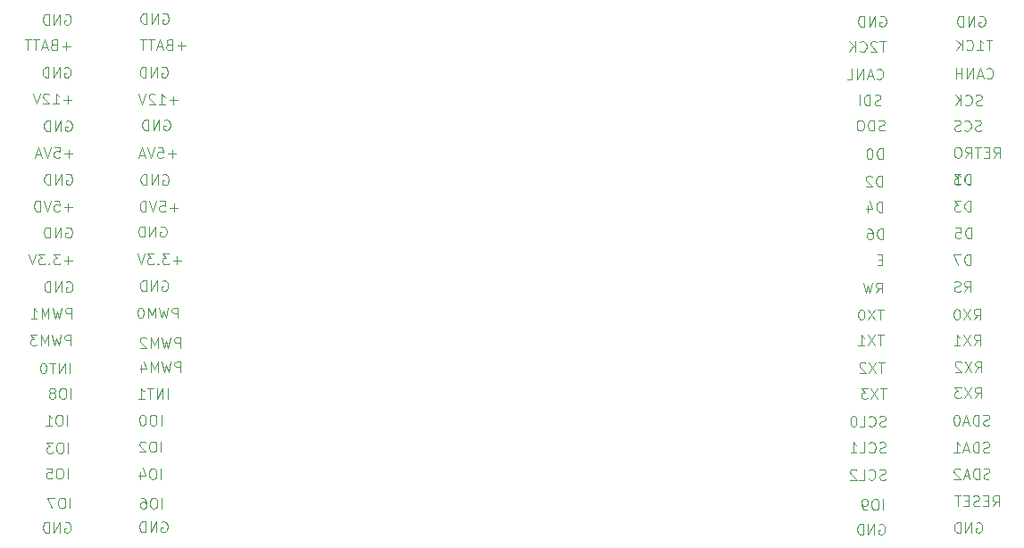
<source format=gbo>
%TF.GenerationSoftware,KiCad,Pcbnew,9.0.6-9.0.6~ubuntu25.04.1*%
%TF.CreationDate,2025-12-03T21:27:17+01:00*%
%TF.ProjectId,CPU,4350552e-6b69-4636-9164-5f7063625858,V0.4*%
%TF.SameCoordinates,Original*%
%TF.FileFunction,Legend,Bot*%
%TF.FilePolarity,Positive*%
%FSLAX46Y46*%
G04 Gerber Fmt 4.6, Leading zero omitted, Abs format (unit mm)*
G04 Created by KiCad (PCBNEW 9.0.6-9.0.6~ubuntu25.04.1) date 2025-12-03 21:27:17*
%MOMM*%
%LPD*%
G01*
G04 APERTURE LIST*
%ADD10C,0.100000*%
G04 APERTURE END LIST*
D10*
X93080303Y-84264038D02*
X93175541Y-84216419D01*
X93175541Y-84216419D02*
X93318398Y-84216419D01*
X93318398Y-84216419D02*
X93461255Y-84264038D01*
X93461255Y-84264038D02*
X93556493Y-84359276D01*
X93556493Y-84359276D02*
X93604112Y-84454514D01*
X93604112Y-84454514D02*
X93651731Y-84644990D01*
X93651731Y-84644990D02*
X93651731Y-84787847D01*
X93651731Y-84787847D02*
X93604112Y-84978323D01*
X93604112Y-84978323D02*
X93556493Y-85073561D01*
X93556493Y-85073561D02*
X93461255Y-85168800D01*
X93461255Y-85168800D02*
X93318398Y-85216419D01*
X93318398Y-85216419D02*
X93223160Y-85216419D01*
X93223160Y-85216419D02*
X93080303Y-85168800D01*
X93080303Y-85168800D02*
X93032684Y-85121180D01*
X93032684Y-85121180D02*
X93032684Y-84787847D01*
X93032684Y-84787847D02*
X93223160Y-84787847D01*
X92604112Y-85216419D02*
X92604112Y-84216419D01*
X92604112Y-84216419D02*
X92032684Y-85216419D01*
X92032684Y-85216419D02*
X92032684Y-84216419D01*
X91556493Y-85216419D02*
X91556493Y-84216419D01*
X91556493Y-84216419D02*
X91318398Y-84216419D01*
X91318398Y-84216419D02*
X91175541Y-84264038D01*
X91175541Y-84264038D02*
X91080303Y-84359276D01*
X91080303Y-84359276D02*
X91032684Y-84454514D01*
X91032684Y-84454514D02*
X90985065Y-84644990D01*
X90985065Y-84644990D02*
X90985065Y-84787847D01*
X90985065Y-84787847D02*
X91032684Y-84978323D01*
X91032684Y-84978323D02*
X91080303Y-85073561D01*
X91080303Y-85073561D02*
X91175541Y-85168800D01*
X91175541Y-85168800D02*
X91318398Y-85216419D01*
X91318398Y-85216419D02*
X91556493Y-85216419D01*
X102173503Y-94373238D02*
X102268741Y-94325619D01*
X102268741Y-94325619D02*
X102411598Y-94325619D01*
X102411598Y-94325619D02*
X102554455Y-94373238D01*
X102554455Y-94373238D02*
X102649693Y-94468476D01*
X102649693Y-94468476D02*
X102697312Y-94563714D01*
X102697312Y-94563714D02*
X102744931Y-94754190D01*
X102744931Y-94754190D02*
X102744931Y-94897047D01*
X102744931Y-94897047D02*
X102697312Y-95087523D01*
X102697312Y-95087523D02*
X102649693Y-95182761D01*
X102649693Y-95182761D02*
X102554455Y-95278000D01*
X102554455Y-95278000D02*
X102411598Y-95325619D01*
X102411598Y-95325619D02*
X102316360Y-95325619D01*
X102316360Y-95325619D02*
X102173503Y-95278000D01*
X102173503Y-95278000D02*
X102125884Y-95230380D01*
X102125884Y-95230380D02*
X102125884Y-94897047D01*
X102125884Y-94897047D02*
X102316360Y-94897047D01*
X101697312Y-95325619D02*
X101697312Y-94325619D01*
X101697312Y-94325619D02*
X101125884Y-95325619D01*
X101125884Y-95325619D02*
X101125884Y-94325619D01*
X100649693Y-95325619D02*
X100649693Y-94325619D01*
X100649693Y-94325619D02*
X100411598Y-94325619D01*
X100411598Y-94325619D02*
X100268741Y-94373238D01*
X100268741Y-94373238D02*
X100173503Y-94468476D01*
X100173503Y-94468476D02*
X100125884Y-94563714D01*
X100125884Y-94563714D02*
X100078265Y-94754190D01*
X100078265Y-94754190D02*
X100078265Y-94897047D01*
X100078265Y-94897047D02*
X100125884Y-95087523D01*
X100125884Y-95087523D02*
X100173503Y-95182761D01*
X100173503Y-95182761D02*
X100268741Y-95278000D01*
X100268741Y-95278000D02*
X100411598Y-95325619D01*
X100411598Y-95325619D02*
X100649693Y-95325619D01*
X179389503Y-117309438D02*
X179484741Y-117261819D01*
X179484741Y-117261819D02*
X179627598Y-117261819D01*
X179627598Y-117261819D02*
X179770455Y-117309438D01*
X179770455Y-117309438D02*
X179865693Y-117404676D01*
X179865693Y-117404676D02*
X179913312Y-117499914D01*
X179913312Y-117499914D02*
X179960931Y-117690390D01*
X179960931Y-117690390D02*
X179960931Y-117833247D01*
X179960931Y-117833247D02*
X179913312Y-118023723D01*
X179913312Y-118023723D02*
X179865693Y-118118961D01*
X179865693Y-118118961D02*
X179770455Y-118214200D01*
X179770455Y-118214200D02*
X179627598Y-118261819D01*
X179627598Y-118261819D02*
X179532360Y-118261819D01*
X179532360Y-118261819D02*
X179389503Y-118214200D01*
X179389503Y-118214200D02*
X179341884Y-118166580D01*
X179341884Y-118166580D02*
X179341884Y-117833247D01*
X179341884Y-117833247D02*
X179532360Y-117833247D01*
X178913312Y-118261819D02*
X178913312Y-117261819D01*
X178913312Y-117261819D02*
X178341884Y-118261819D01*
X178341884Y-118261819D02*
X178341884Y-117261819D01*
X177865693Y-118261819D02*
X177865693Y-117261819D01*
X177865693Y-117261819D02*
X177627598Y-117261819D01*
X177627598Y-117261819D02*
X177484741Y-117309438D01*
X177484741Y-117309438D02*
X177389503Y-117404676D01*
X177389503Y-117404676D02*
X177341884Y-117499914D01*
X177341884Y-117499914D02*
X177294265Y-117690390D01*
X177294265Y-117690390D02*
X177294265Y-117833247D01*
X177294265Y-117833247D02*
X177341884Y-118023723D01*
X177341884Y-118023723D02*
X177389503Y-118118961D01*
X177389503Y-118118961D02*
X177484741Y-118214200D01*
X177484741Y-118214200D02*
X177627598Y-118261819D01*
X177627598Y-118261819D02*
X177865693Y-118261819D01*
X102122703Y-117233238D02*
X102217941Y-117185619D01*
X102217941Y-117185619D02*
X102360798Y-117185619D01*
X102360798Y-117185619D02*
X102503655Y-117233238D01*
X102503655Y-117233238D02*
X102598893Y-117328476D01*
X102598893Y-117328476D02*
X102646512Y-117423714D01*
X102646512Y-117423714D02*
X102694131Y-117614190D01*
X102694131Y-117614190D02*
X102694131Y-117757047D01*
X102694131Y-117757047D02*
X102646512Y-117947523D01*
X102646512Y-117947523D02*
X102598893Y-118042761D01*
X102598893Y-118042761D02*
X102503655Y-118138000D01*
X102503655Y-118138000D02*
X102360798Y-118185619D01*
X102360798Y-118185619D02*
X102265560Y-118185619D01*
X102265560Y-118185619D02*
X102122703Y-118138000D01*
X102122703Y-118138000D02*
X102075084Y-118090380D01*
X102075084Y-118090380D02*
X102075084Y-117757047D01*
X102075084Y-117757047D02*
X102265560Y-117757047D01*
X101646512Y-118185619D02*
X101646512Y-117185619D01*
X101646512Y-117185619D02*
X101075084Y-118185619D01*
X101075084Y-118185619D02*
X101075084Y-117185619D01*
X100598893Y-118185619D02*
X100598893Y-117185619D01*
X100598893Y-117185619D02*
X100360798Y-117185619D01*
X100360798Y-117185619D02*
X100217941Y-117233238D01*
X100217941Y-117233238D02*
X100122703Y-117328476D01*
X100122703Y-117328476D02*
X100075084Y-117423714D01*
X100075084Y-117423714D02*
X100027465Y-117614190D01*
X100027465Y-117614190D02*
X100027465Y-117757047D01*
X100027465Y-117757047D02*
X100075084Y-117947523D01*
X100075084Y-117947523D02*
X100122703Y-118042761D01*
X100122703Y-118042761D02*
X100217941Y-118138000D01*
X100217941Y-118138000D02*
X100360798Y-118185619D01*
X100360798Y-118185619D02*
X100598893Y-118185619D01*
X93438988Y-103148819D02*
X93438988Y-102148819D01*
X92962798Y-103148819D02*
X92962798Y-102148819D01*
X92962798Y-102148819D02*
X92391370Y-103148819D01*
X92391370Y-103148819D02*
X92391370Y-102148819D01*
X92058036Y-102148819D02*
X91486608Y-102148819D01*
X91772322Y-103148819D02*
X91772322Y-102148819D01*
X90962798Y-102148819D02*
X90867560Y-102148819D01*
X90867560Y-102148819D02*
X90772322Y-102196438D01*
X90772322Y-102196438D02*
X90724703Y-102244057D01*
X90724703Y-102244057D02*
X90677084Y-102339295D01*
X90677084Y-102339295D02*
X90629465Y-102529771D01*
X90629465Y-102529771D02*
X90629465Y-102767866D01*
X90629465Y-102767866D02*
X90677084Y-102958342D01*
X90677084Y-102958342D02*
X90724703Y-103053580D01*
X90724703Y-103053580D02*
X90772322Y-103101200D01*
X90772322Y-103101200D02*
X90867560Y-103148819D01*
X90867560Y-103148819D02*
X90962798Y-103148819D01*
X90962798Y-103148819D02*
X91058036Y-103101200D01*
X91058036Y-103101200D02*
X91105655Y-103053580D01*
X91105655Y-103053580D02*
X91153274Y-102958342D01*
X91153274Y-102958342D02*
X91200893Y-102767866D01*
X91200893Y-102767866D02*
X91200893Y-102529771D01*
X91200893Y-102529771D02*
X91153274Y-102339295D01*
X91153274Y-102339295D02*
X91105655Y-102244057D01*
X91105655Y-102244057D02*
X91058036Y-102196438D01*
X91058036Y-102196438D02*
X90962798Y-102148819D01*
X170511115Y-82803419D02*
X170511115Y-81803419D01*
X170511115Y-81803419D02*
X170273020Y-81803419D01*
X170273020Y-81803419D02*
X170130163Y-81851038D01*
X170130163Y-81851038D02*
X170034925Y-81946276D01*
X170034925Y-81946276D02*
X169987306Y-82041514D01*
X169987306Y-82041514D02*
X169939687Y-82231990D01*
X169939687Y-82231990D02*
X169939687Y-82374847D01*
X169939687Y-82374847D02*
X169987306Y-82565323D01*
X169987306Y-82565323D02*
X170034925Y-82660561D01*
X170034925Y-82660561D02*
X170130163Y-82755800D01*
X170130163Y-82755800D02*
X170273020Y-82803419D01*
X170273020Y-82803419D02*
X170511115Y-82803419D01*
X169320639Y-81803419D02*
X169225401Y-81803419D01*
X169225401Y-81803419D02*
X169130163Y-81851038D01*
X169130163Y-81851038D02*
X169082544Y-81898657D01*
X169082544Y-81898657D02*
X169034925Y-81993895D01*
X169034925Y-81993895D02*
X168987306Y-82184371D01*
X168987306Y-82184371D02*
X168987306Y-82422466D01*
X168987306Y-82422466D02*
X169034925Y-82612942D01*
X169034925Y-82612942D02*
X169082544Y-82708180D01*
X169082544Y-82708180D02*
X169130163Y-82755800D01*
X169130163Y-82755800D02*
X169225401Y-82803419D01*
X169225401Y-82803419D02*
X169320639Y-82803419D01*
X169320639Y-82803419D02*
X169415877Y-82755800D01*
X169415877Y-82755800D02*
X169463496Y-82708180D01*
X169463496Y-82708180D02*
X169511115Y-82612942D01*
X169511115Y-82612942D02*
X169558734Y-82422466D01*
X169558734Y-82422466D02*
X169558734Y-82184371D01*
X169558734Y-82184371D02*
X169511115Y-81993895D01*
X169511115Y-81993895D02*
X169463496Y-81898657D01*
X169463496Y-81898657D02*
X169415877Y-81851038D01*
X169415877Y-81851038D02*
X169320639Y-81803419D01*
X170536515Y-90398019D02*
X170536515Y-89398019D01*
X170536515Y-89398019D02*
X170298420Y-89398019D01*
X170298420Y-89398019D02*
X170155563Y-89445638D01*
X170155563Y-89445638D02*
X170060325Y-89540876D01*
X170060325Y-89540876D02*
X170012706Y-89636114D01*
X170012706Y-89636114D02*
X169965087Y-89826590D01*
X169965087Y-89826590D02*
X169965087Y-89969447D01*
X169965087Y-89969447D02*
X170012706Y-90159923D01*
X170012706Y-90159923D02*
X170060325Y-90255161D01*
X170060325Y-90255161D02*
X170155563Y-90350400D01*
X170155563Y-90350400D02*
X170298420Y-90398019D01*
X170298420Y-90398019D02*
X170536515Y-90398019D01*
X169107944Y-89398019D02*
X169298420Y-89398019D01*
X169298420Y-89398019D02*
X169393658Y-89445638D01*
X169393658Y-89445638D02*
X169441277Y-89493257D01*
X169441277Y-89493257D02*
X169536515Y-89636114D01*
X169536515Y-89636114D02*
X169584134Y-89826590D01*
X169584134Y-89826590D02*
X169584134Y-90207542D01*
X169584134Y-90207542D02*
X169536515Y-90302780D01*
X169536515Y-90302780D02*
X169488896Y-90350400D01*
X169488896Y-90350400D02*
X169393658Y-90398019D01*
X169393658Y-90398019D02*
X169203182Y-90398019D01*
X169203182Y-90398019D02*
X169107944Y-90350400D01*
X169107944Y-90350400D02*
X169060325Y-90302780D01*
X169060325Y-90302780D02*
X169012706Y-90207542D01*
X169012706Y-90207542D02*
X169012706Y-89969447D01*
X169012706Y-89969447D02*
X169060325Y-89874209D01*
X169060325Y-89874209D02*
X169107944Y-89826590D01*
X169107944Y-89826590D02*
X169203182Y-89778971D01*
X169203182Y-89778971D02*
X169393658Y-89778971D01*
X169393658Y-89778971D02*
X169488896Y-89826590D01*
X169488896Y-89826590D02*
X169536515Y-89874209D01*
X169536515Y-89874209D02*
X169584134Y-89969447D01*
X179159887Y-98043419D02*
X179493220Y-97567228D01*
X179731315Y-98043419D02*
X179731315Y-97043419D01*
X179731315Y-97043419D02*
X179350363Y-97043419D01*
X179350363Y-97043419D02*
X179255125Y-97091038D01*
X179255125Y-97091038D02*
X179207506Y-97138657D01*
X179207506Y-97138657D02*
X179159887Y-97233895D01*
X179159887Y-97233895D02*
X179159887Y-97376752D01*
X179159887Y-97376752D02*
X179207506Y-97471990D01*
X179207506Y-97471990D02*
X179255125Y-97519609D01*
X179255125Y-97519609D02*
X179350363Y-97567228D01*
X179350363Y-97567228D02*
X179731315Y-97567228D01*
X178826553Y-97043419D02*
X178159887Y-98043419D01*
X178159887Y-97043419D02*
X178826553Y-98043419D01*
X177588458Y-97043419D02*
X177493220Y-97043419D01*
X177493220Y-97043419D02*
X177397982Y-97091038D01*
X177397982Y-97091038D02*
X177350363Y-97138657D01*
X177350363Y-97138657D02*
X177302744Y-97233895D01*
X177302744Y-97233895D02*
X177255125Y-97424371D01*
X177255125Y-97424371D02*
X177255125Y-97662466D01*
X177255125Y-97662466D02*
X177302744Y-97852942D01*
X177302744Y-97852942D02*
X177350363Y-97948180D01*
X177350363Y-97948180D02*
X177397982Y-97995800D01*
X177397982Y-97995800D02*
X177493220Y-98043419D01*
X177493220Y-98043419D02*
X177588458Y-98043419D01*
X177588458Y-98043419D02*
X177683696Y-97995800D01*
X177683696Y-97995800D02*
X177731315Y-97948180D01*
X177731315Y-97948180D02*
X177778934Y-97852942D01*
X177778934Y-97852942D02*
X177826553Y-97662466D01*
X177826553Y-97662466D02*
X177826553Y-97424371D01*
X177826553Y-97424371D02*
X177778934Y-97233895D01*
X177778934Y-97233895D02*
X177731315Y-97138657D01*
X177731315Y-97138657D02*
X177683696Y-97091038D01*
X177683696Y-97091038D02*
X177588458Y-97043419D01*
X93054903Y-79209438D02*
X93150141Y-79161819D01*
X93150141Y-79161819D02*
X93292998Y-79161819D01*
X93292998Y-79161819D02*
X93435855Y-79209438D01*
X93435855Y-79209438D02*
X93531093Y-79304676D01*
X93531093Y-79304676D02*
X93578712Y-79399914D01*
X93578712Y-79399914D02*
X93626331Y-79590390D01*
X93626331Y-79590390D02*
X93626331Y-79733247D01*
X93626331Y-79733247D02*
X93578712Y-79923723D01*
X93578712Y-79923723D02*
X93531093Y-80018961D01*
X93531093Y-80018961D02*
X93435855Y-80114200D01*
X93435855Y-80114200D02*
X93292998Y-80161819D01*
X93292998Y-80161819D02*
X93197760Y-80161819D01*
X93197760Y-80161819D02*
X93054903Y-80114200D01*
X93054903Y-80114200D02*
X93007284Y-80066580D01*
X93007284Y-80066580D02*
X93007284Y-79733247D01*
X93007284Y-79733247D02*
X93197760Y-79733247D01*
X92578712Y-80161819D02*
X92578712Y-79161819D01*
X92578712Y-79161819D02*
X92007284Y-80161819D01*
X92007284Y-80161819D02*
X92007284Y-79161819D01*
X91531093Y-80161819D02*
X91531093Y-79161819D01*
X91531093Y-79161819D02*
X91292998Y-79161819D01*
X91292998Y-79161819D02*
X91150141Y-79209438D01*
X91150141Y-79209438D02*
X91054903Y-79304676D01*
X91054903Y-79304676D02*
X91007284Y-79399914D01*
X91007284Y-79399914D02*
X90959665Y-79590390D01*
X90959665Y-79590390D02*
X90959665Y-79733247D01*
X90959665Y-79733247D02*
X91007284Y-79923723D01*
X91007284Y-79923723D02*
X91054903Y-80018961D01*
X91054903Y-80018961D02*
X91150141Y-80114200D01*
X91150141Y-80114200D02*
X91292998Y-80161819D01*
X91292998Y-80161819D02*
X91531093Y-80161819D01*
X102058115Y-110591019D02*
X102058115Y-109591019D01*
X101391449Y-109591019D02*
X101200973Y-109591019D01*
X101200973Y-109591019D02*
X101105735Y-109638638D01*
X101105735Y-109638638D02*
X101010497Y-109733876D01*
X101010497Y-109733876D02*
X100962878Y-109924352D01*
X100962878Y-109924352D02*
X100962878Y-110257685D01*
X100962878Y-110257685D02*
X101010497Y-110448161D01*
X101010497Y-110448161D02*
X101105735Y-110543400D01*
X101105735Y-110543400D02*
X101200973Y-110591019D01*
X101200973Y-110591019D02*
X101391449Y-110591019D01*
X101391449Y-110591019D02*
X101486687Y-110543400D01*
X101486687Y-110543400D02*
X101581925Y-110448161D01*
X101581925Y-110448161D02*
X101629544Y-110257685D01*
X101629544Y-110257685D02*
X101629544Y-109924352D01*
X101629544Y-109924352D02*
X101581925Y-109733876D01*
X101581925Y-109733876D02*
X101486687Y-109638638D01*
X101486687Y-109638638D02*
X101391449Y-109591019D01*
X100581925Y-109686257D02*
X100534306Y-109638638D01*
X100534306Y-109638638D02*
X100439068Y-109591019D01*
X100439068Y-109591019D02*
X100200973Y-109591019D01*
X100200973Y-109591019D02*
X100105735Y-109638638D01*
X100105735Y-109638638D02*
X100058116Y-109686257D01*
X100058116Y-109686257D02*
X100010497Y-109781495D01*
X100010497Y-109781495D02*
X100010497Y-109876733D01*
X100010497Y-109876733D02*
X100058116Y-110019590D01*
X100058116Y-110019590D02*
X100629544Y-110591019D01*
X100629544Y-110591019D02*
X100010497Y-110591019D01*
X179931334Y-77675800D02*
X179788477Y-77723419D01*
X179788477Y-77723419D02*
X179550382Y-77723419D01*
X179550382Y-77723419D02*
X179455144Y-77675800D01*
X179455144Y-77675800D02*
X179407525Y-77628180D01*
X179407525Y-77628180D02*
X179359906Y-77532942D01*
X179359906Y-77532942D02*
X179359906Y-77437704D01*
X179359906Y-77437704D02*
X179407525Y-77342466D01*
X179407525Y-77342466D02*
X179455144Y-77294847D01*
X179455144Y-77294847D02*
X179550382Y-77247228D01*
X179550382Y-77247228D02*
X179740858Y-77199609D01*
X179740858Y-77199609D02*
X179836096Y-77151990D01*
X179836096Y-77151990D02*
X179883715Y-77104371D01*
X179883715Y-77104371D02*
X179931334Y-77009133D01*
X179931334Y-77009133D02*
X179931334Y-76913895D01*
X179931334Y-76913895D02*
X179883715Y-76818657D01*
X179883715Y-76818657D02*
X179836096Y-76771038D01*
X179836096Y-76771038D02*
X179740858Y-76723419D01*
X179740858Y-76723419D02*
X179502763Y-76723419D01*
X179502763Y-76723419D02*
X179359906Y-76771038D01*
X178359906Y-77628180D02*
X178407525Y-77675800D01*
X178407525Y-77675800D02*
X178550382Y-77723419D01*
X178550382Y-77723419D02*
X178645620Y-77723419D01*
X178645620Y-77723419D02*
X178788477Y-77675800D01*
X178788477Y-77675800D02*
X178883715Y-77580561D01*
X178883715Y-77580561D02*
X178931334Y-77485323D01*
X178931334Y-77485323D02*
X178978953Y-77294847D01*
X178978953Y-77294847D02*
X178978953Y-77151990D01*
X178978953Y-77151990D02*
X178931334Y-76961514D01*
X178931334Y-76961514D02*
X178883715Y-76866276D01*
X178883715Y-76866276D02*
X178788477Y-76771038D01*
X178788477Y-76771038D02*
X178645620Y-76723419D01*
X178645620Y-76723419D02*
X178550382Y-76723419D01*
X178550382Y-76723419D02*
X178407525Y-76771038D01*
X178407525Y-76771038D02*
X178359906Y-76818657D01*
X177931334Y-77723419D02*
X177931334Y-76723419D01*
X177359906Y-77723419D02*
X177788477Y-77151990D01*
X177359906Y-76723419D02*
X177931334Y-77294847D01*
X93635683Y-92430066D02*
X92873779Y-92430066D01*
X93254731Y-92811019D02*
X93254731Y-92049114D01*
X92492826Y-91811019D02*
X91873779Y-91811019D01*
X91873779Y-91811019D02*
X92207112Y-92191971D01*
X92207112Y-92191971D02*
X92064255Y-92191971D01*
X92064255Y-92191971D02*
X91969017Y-92239590D01*
X91969017Y-92239590D02*
X91921398Y-92287209D01*
X91921398Y-92287209D02*
X91873779Y-92382447D01*
X91873779Y-92382447D02*
X91873779Y-92620542D01*
X91873779Y-92620542D02*
X91921398Y-92715780D01*
X91921398Y-92715780D02*
X91969017Y-92763400D01*
X91969017Y-92763400D02*
X92064255Y-92811019D01*
X92064255Y-92811019D02*
X92349969Y-92811019D01*
X92349969Y-92811019D02*
X92445207Y-92763400D01*
X92445207Y-92763400D02*
X92492826Y-92715780D01*
X91445207Y-92715780D02*
X91397588Y-92763400D01*
X91397588Y-92763400D02*
X91445207Y-92811019D01*
X91445207Y-92811019D02*
X91492826Y-92763400D01*
X91492826Y-92763400D02*
X91445207Y-92715780D01*
X91445207Y-92715780D02*
X91445207Y-92811019D01*
X91064255Y-91811019D02*
X90445208Y-91811019D01*
X90445208Y-91811019D02*
X90778541Y-92191971D01*
X90778541Y-92191971D02*
X90635684Y-92191971D01*
X90635684Y-92191971D02*
X90540446Y-92239590D01*
X90540446Y-92239590D02*
X90492827Y-92287209D01*
X90492827Y-92287209D02*
X90445208Y-92382447D01*
X90445208Y-92382447D02*
X90445208Y-92620542D01*
X90445208Y-92620542D02*
X90492827Y-92715780D01*
X90492827Y-92715780D02*
X90540446Y-92763400D01*
X90540446Y-92763400D02*
X90635684Y-92811019D01*
X90635684Y-92811019D02*
X90921398Y-92811019D01*
X90921398Y-92811019D02*
X91016636Y-92763400D01*
X91016636Y-92763400D02*
X91064255Y-92715780D01*
X90159493Y-91811019D02*
X89826160Y-92811019D01*
X89826160Y-92811019D02*
X89492827Y-91811019D01*
X179185287Y-100456419D02*
X179518620Y-99980228D01*
X179756715Y-100456419D02*
X179756715Y-99456419D01*
X179756715Y-99456419D02*
X179375763Y-99456419D01*
X179375763Y-99456419D02*
X179280525Y-99504038D01*
X179280525Y-99504038D02*
X179232906Y-99551657D01*
X179232906Y-99551657D02*
X179185287Y-99646895D01*
X179185287Y-99646895D02*
X179185287Y-99789752D01*
X179185287Y-99789752D02*
X179232906Y-99884990D01*
X179232906Y-99884990D02*
X179280525Y-99932609D01*
X179280525Y-99932609D02*
X179375763Y-99980228D01*
X179375763Y-99980228D02*
X179756715Y-99980228D01*
X178851953Y-99456419D02*
X178185287Y-100456419D01*
X178185287Y-99456419D02*
X178851953Y-100456419D01*
X177280525Y-100456419D02*
X177851953Y-100456419D01*
X177566239Y-100456419D02*
X177566239Y-99456419D01*
X177566239Y-99456419D02*
X177661477Y-99599276D01*
X177661477Y-99599276D02*
X177756715Y-99694514D01*
X177756715Y-99694514D02*
X177851953Y-99742133D01*
X170679372Y-102072619D02*
X170107944Y-102072619D01*
X170393658Y-103072619D02*
X170393658Y-102072619D01*
X169869848Y-102072619D02*
X169203182Y-103072619D01*
X169203182Y-102072619D02*
X169869848Y-103072619D01*
X168869848Y-102167857D02*
X168822229Y-102120238D01*
X168822229Y-102120238D02*
X168726991Y-102072619D01*
X168726991Y-102072619D02*
X168488896Y-102072619D01*
X168488896Y-102072619D02*
X168393658Y-102120238D01*
X168393658Y-102120238D02*
X168346039Y-102167857D01*
X168346039Y-102167857D02*
X168298420Y-102263095D01*
X168298420Y-102263095D02*
X168298420Y-102358333D01*
X168298420Y-102358333D02*
X168346039Y-102501190D01*
X168346039Y-102501190D02*
X168917467Y-103072619D01*
X168917467Y-103072619D02*
X168298420Y-103072619D01*
X93549988Y-97941819D02*
X93549988Y-96941819D01*
X93549988Y-96941819D02*
X93169036Y-96941819D01*
X93169036Y-96941819D02*
X93073798Y-96989438D01*
X93073798Y-96989438D02*
X93026179Y-97037057D01*
X93026179Y-97037057D02*
X92978560Y-97132295D01*
X92978560Y-97132295D02*
X92978560Y-97275152D01*
X92978560Y-97275152D02*
X93026179Y-97370390D01*
X93026179Y-97370390D02*
X93073798Y-97418009D01*
X93073798Y-97418009D02*
X93169036Y-97465628D01*
X93169036Y-97465628D02*
X93549988Y-97465628D01*
X92645226Y-96941819D02*
X92407131Y-97941819D01*
X92407131Y-97941819D02*
X92216655Y-97227533D01*
X92216655Y-97227533D02*
X92026179Y-97941819D01*
X92026179Y-97941819D02*
X91788084Y-96941819D01*
X91407131Y-97941819D02*
X91407131Y-96941819D01*
X91407131Y-96941819D02*
X91073798Y-97656104D01*
X91073798Y-97656104D02*
X90740465Y-96941819D01*
X90740465Y-96941819D02*
X90740465Y-97941819D01*
X89740465Y-97941819D02*
X90311893Y-97941819D01*
X90026179Y-97941819D02*
X90026179Y-96941819D01*
X90026179Y-96941819D02*
X90121417Y-97084676D01*
X90121417Y-97084676D02*
X90216655Y-97179914D01*
X90216655Y-97179914D02*
X90311893Y-97227533D01*
X180890172Y-71491019D02*
X180318744Y-71491019D01*
X180604458Y-72491019D02*
X180604458Y-71491019D01*
X179461601Y-72491019D02*
X180033029Y-72491019D01*
X179747315Y-72491019D02*
X179747315Y-71491019D01*
X179747315Y-71491019D02*
X179842553Y-71633876D01*
X179842553Y-71633876D02*
X179937791Y-71729114D01*
X179937791Y-71729114D02*
X180033029Y-71776733D01*
X178461601Y-72395780D02*
X178509220Y-72443400D01*
X178509220Y-72443400D02*
X178652077Y-72491019D01*
X178652077Y-72491019D02*
X178747315Y-72491019D01*
X178747315Y-72491019D02*
X178890172Y-72443400D01*
X178890172Y-72443400D02*
X178985410Y-72348161D01*
X178985410Y-72348161D02*
X179033029Y-72252923D01*
X179033029Y-72252923D02*
X179080648Y-72062447D01*
X179080648Y-72062447D02*
X179080648Y-71919590D01*
X179080648Y-71919590D02*
X179033029Y-71729114D01*
X179033029Y-71729114D02*
X178985410Y-71633876D01*
X178985410Y-71633876D02*
X178890172Y-71538638D01*
X178890172Y-71538638D02*
X178747315Y-71491019D01*
X178747315Y-71491019D02*
X178652077Y-71491019D01*
X178652077Y-71491019D02*
X178509220Y-71538638D01*
X178509220Y-71538638D02*
X178461601Y-71586257D01*
X178033029Y-72491019D02*
X178033029Y-71491019D01*
X177461601Y-72491019D02*
X177890172Y-71919590D01*
X177461601Y-71491019D02*
X178033029Y-72062447D01*
X180937887Y-115747219D02*
X181271220Y-115271028D01*
X181509315Y-115747219D02*
X181509315Y-114747219D01*
X181509315Y-114747219D02*
X181128363Y-114747219D01*
X181128363Y-114747219D02*
X181033125Y-114794838D01*
X181033125Y-114794838D02*
X180985506Y-114842457D01*
X180985506Y-114842457D02*
X180937887Y-114937695D01*
X180937887Y-114937695D02*
X180937887Y-115080552D01*
X180937887Y-115080552D02*
X180985506Y-115175790D01*
X180985506Y-115175790D02*
X181033125Y-115223409D01*
X181033125Y-115223409D02*
X181128363Y-115271028D01*
X181128363Y-115271028D02*
X181509315Y-115271028D01*
X180509315Y-115223409D02*
X180175982Y-115223409D01*
X180033125Y-115747219D02*
X180509315Y-115747219D01*
X180509315Y-115747219D02*
X180509315Y-114747219D01*
X180509315Y-114747219D02*
X180033125Y-114747219D01*
X179652172Y-115699600D02*
X179509315Y-115747219D01*
X179509315Y-115747219D02*
X179271220Y-115747219D01*
X179271220Y-115747219D02*
X179175982Y-115699600D01*
X179175982Y-115699600D02*
X179128363Y-115651980D01*
X179128363Y-115651980D02*
X179080744Y-115556742D01*
X179080744Y-115556742D02*
X179080744Y-115461504D01*
X179080744Y-115461504D02*
X179128363Y-115366266D01*
X179128363Y-115366266D02*
X179175982Y-115318647D01*
X179175982Y-115318647D02*
X179271220Y-115271028D01*
X179271220Y-115271028D02*
X179461696Y-115223409D01*
X179461696Y-115223409D02*
X179556934Y-115175790D01*
X179556934Y-115175790D02*
X179604553Y-115128171D01*
X179604553Y-115128171D02*
X179652172Y-115032933D01*
X179652172Y-115032933D02*
X179652172Y-114937695D01*
X179652172Y-114937695D02*
X179604553Y-114842457D01*
X179604553Y-114842457D02*
X179556934Y-114794838D01*
X179556934Y-114794838D02*
X179461696Y-114747219D01*
X179461696Y-114747219D02*
X179223601Y-114747219D01*
X179223601Y-114747219D02*
X179080744Y-114794838D01*
X178652172Y-115223409D02*
X178318839Y-115223409D01*
X178175982Y-115747219D02*
X178652172Y-115747219D01*
X178652172Y-115747219D02*
X178652172Y-114747219D01*
X178652172Y-114747219D02*
X178175982Y-114747219D01*
X177890267Y-114747219D02*
X177318839Y-114747219D01*
X177604553Y-115747219D02*
X177604553Y-114747219D01*
X93210483Y-113131019D02*
X93210483Y-112131019D01*
X92543817Y-112131019D02*
X92353341Y-112131019D01*
X92353341Y-112131019D02*
X92258103Y-112178638D01*
X92258103Y-112178638D02*
X92162865Y-112273876D01*
X92162865Y-112273876D02*
X92115246Y-112464352D01*
X92115246Y-112464352D02*
X92115246Y-112797685D01*
X92115246Y-112797685D02*
X92162865Y-112988161D01*
X92162865Y-112988161D02*
X92258103Y-113083400D01*
X92258103Y-113083400D02*
X92353341Y-113131019D01*
X92353341Y-113131019D02*
X92543817Y-113131019D01*
X92543817Y-113131019D02*
X92639055Y-113083400D01*
X92639055Y-113083400D02*
X92734293Y-112988161D01*
X92734293Y-112988161D02*
X92781912Y-112797685D01*
X92781912Y-112797685D02*
X92781912Y-112464352D01*
X92781912Y-112464352D02*
X92734293Y-112273876D01*
X92734293Y-112273876D02*
X92639055Y-112178638D01*
X92639055Y-112178638D02*
X92543817Y-112131019D01*
X91210484Y-112131019D02*
X91686674Y-112131019D01*
X91686674Y-112131019D02*
X91734293Y-112607209D01*
X91734293Y-112607209D02*
X91686674Y-112559590D01*
X91686674Y-112559590D02*
X91591436Y-112511971D01*
X91591436Y-112511971D02*
X91353341Y-112511971D01*
X91353341Y-112511971D02*
X91258103Y-112559590D01*
X91258103Y-112559590D02*
X91210484Y-112607209D01*
X91210484Y-112607209D02*
X91162865Y-112702447D01*
X91162865Y-112702447D02*
X91162865Y-112940542D01*
X91162865Y-112940542D02*
X91210484Y-113035780D01*
X91210484Y-113035780D02*
X91258103Y-113083400D01*
X91258103Y-113083400D02*
X91353341Y-113131019D01*
X91353341Y-113131019D02*
X91591436Y-113131019D01*
X91591436Y-113131019D02*
X91686674Y-113083400D01*
X91686674Y-113083400D02*
X91734293Y-113035780D01*
X180617134Y-108028800D02*
X180474277Y-108076419D01*
X180474277Y-108076419D02*
X180236182Y-108076419D01*
X180236182Y-108076419D02*
X180140944Y-108028800D01*
X180140944Y-108028800D02*
X180093325Y-107981180D01*
X180093325Y-107981180D02*
X180045706Y-107885942D01*
X180045706Y-107885942D02*
X180045706Y-107790704D01*
X180045706Y-107790704D02*
X180093325Y-107695466D01*
X180093325Y-107695466D02*
X180140944Y-107647847D01*
X180140944Y-107647847D02*
X180236182Y-107600228D01*
X180236182Y-107600228D02*
X180426658Y-107552609D01*
X180426658Y-107552609D02*
X180521896Y-107504990D01*
X180521896Y-107504990D02*
X180569515Y-107457371D01*
X180569515Y-107457371D02*
X180617134Y-107362133D01*
X180617134Y-107362133D02*
X180617134Y-107266895D01*
X180617134Y-107266895D02*
X180569515Y-107171657D01*
X180569515Y-107171657D02*
X180521896Y-107124038D01*
X180521896Y-107124038D02*
X180426658Y-107076419D01*
X180426658Y-107076419D02*
X180188563Y-107076419D01*
X180188563Y-107076419D02*
X180045706Y-107124038D01*
X179617134Y-108076419D02*
X179617134Y-107076419D01*
X179617134Y-107076419D02*
X179379039Y-107076419D01*
X179379039Y-107076419D02*
X179236182Y-107124038D01*
X179236182Y-107124038D02*
X179140944Y-107219276D01*
X179140944Y-107219276D02*
X179093325Y-107314514D01*
X179093325Y-107314514D02*
X179045706Y-107504990D01*
X179045706Y-107504990D02*
X179045706Y-107647847D01*
X179045706Y-107647847D02*
X179093325Y-107838323D01*
X179093325Y-107838323D02*
X179140944Y-107933561D01*
X179140944Y-107933561D02*
X179236182Y-108028800D01*
X179236182Y-108028800D02*
X179379039Y-108076419D01*
X179379039Y-108076419D02*
X179617134Y-108076419D01*
X178664753Y-107790704D02*
X178188563Y-107790704D01*
X178759991Y-108076419D02*
X178426658Y-107076419D01*
X178426658Y-107076419D02*
X178093325Y-108076419D01*
X177569515Y-107076419D02*
X177474277Y-107076419D01*
X177474277Y-107076419D02*
X177379039Y-107124038D01*
X177379039Y-107124038D02*
X177331420Y-107171657D01*
X177331420Y-107171657D02*
X177283801Y-107266895D01*
X177283801Y-107266895D02*
X177236182Y-107457371D01*
X177236182Y-107457371D02*
X177236182Y-107695466D01*
X177236182Y-107695466D02*
X177283801Y-107885942D01*
X177283801Y-107885942D02*
X177331420Y-107981180D01*
X177331420Y-107981180D02*
X177379039Y-108028800D01*
X177379039Y-108028800D02*
X177474277Y-108076419D01*
X177474277Y-108076419D02*
X177569515Y-108076419D01*
X177569515Y-108076419D02*
X177664753Y-108028800D01*
X177664753Y-108028800D02*
X177712372Y-107981180D01*
X177712372Y-107981180D02*
X177759991Y-107885942D01*
X177759991Y-107885942D02*
X177807610Y-107695466D01*
X177807610Y-107695466D02*
X177807610Y-107457371D01*
X177807610Y-107457371D02*
X177759991Y-107266895D01*
X177759991Y-107266895D02*
X177712372Y-107171657D01*
X177712372Y-107171657D02*
X177664753Y-107124038D01*
X177664753Y-107124038D02*
X177569515Y-107076419D01*
X179236087Y-105460219D02*
X179569420Y-104984028D01*
X179807515Y-105460219D02*
X179807515Y-104460219D01*
X179807515Y-104460219D02*
X179426563Y-104460219D01*
X179426563Y-104460219D02*
X179331325Y-104507838D01*
X179331325Y-104507838D02*
X179283706Y-104555457D01*
X179283706Y-104555457D02*
X179236087Y-104650695D01*
X179236087Y-104650695D02*
X179236087Y-104793552D01*
X179236087Y-104793552D02*
X179283706Y-104888790D01*
X179283706Y-104888790D02*
X179331325Y-104936409D01*
X179331325Y-104936409D02*
X179426563Y-104984028D01*
X179426563Y-104984028D02*
X179807515Y-104984028D01*
X178902753Y-104460219D02*
X178236087Y-105460219D01*
X178236087Y-104460219D02*
X178902753Y-105460219D01*
X177950372Y-104460219D02*
X177331325Y-104460219D01*
X177331325Y-104460219D02*
X177664658Y-104841171D01*
X177664658Y-104841171D02*
X177521801Y-104841171D01*
X177521801Y-104841171D02*
X177426563Y-104888790D01*
X177426563Y-104888790D02*
X177378944Y-104936409D01*
X177378944Y-104936409D02*
X177331325Y-105031647D01*
X177331325Y-105031647D02*
X177331325Y-105269742D01*
X177331325Y-105269742D02*
X177378944Y-105364980D01*
X177378944Y-105364980D02*
X177426563Y-105412600D01*
X177426563Y-105412600D02*
X177521801Y-105460219D01*
X177521801Y-105460219D02*
X177807515Y-105460219D01*
X177807515Y-105460219D02*
X177902753Y-105412600D01*
X177902753Y-105412600D02*
X177950372Y-105364980D01*
X169863487Y-95528819D02*
X170196820Y-95052628D01*
X170434915Y-95528819D02*
X170434915Y-94528819D01*
X170434915Y-94528819D02*
X170053963Y-94528819D01*
X170053963Y-94528819D02*
X169958725Y-94576438D01*
X169958725Y-94576438D02*
X169911106Y-94624057D01*
X169911106Y-94624057D02*
X169863487Y-94719295D01*
X169863487Y-94719295D02*
X169863487Y-94862152D01*
X169863487Y-94862152D02*
X169911106Y-94957390D01*
X169911106Y-94957390D02*
X169958725Y-95005009D01*
X169958725Y-95005009D02*
X170053963Y-95052628D01*
X170053963Y-95052628D02*
X170434915Y-95052628D01*
X169530153Y-94528819D02*
X169292058Y-95528819D01*
X169292058Y-95528819D02*
X169101582Y-94814533D01*
X169101582Y-94814533D02*
X168911106Y-95528819D01*
X168911106Y-95528819D02*
X168673011Y-94528819D01*
X93638912Y-87375466D02*
X92877008Y-87375466D01*
X93257960Y-87756419D02*
X93257960Y-86994514D01*
X91924627Y-86756419D02*
X92400817Y-86756419D01*
X92400817Y-86756419D02*
X92448436Y-87232609D01*
X92448436Y-87232609D02*
X92400817Y-87184990D01*
X92400817Y-87184990D02*
X92305579Y-87137371D01*
X92305579Y-87137371D02*
X92067484Y-87137371D01*
X92067484Y-87137371D02*
X91972246Y-87184990D01*
X91972246Y-87184990D02*
X91924627Y-87232609D01*
X91924627Y-87232609D02*
X91877008Y-87327847D01*
X91877008Y-87327847D02*
X91877008Y-87565942D01*
X91877008Y-87565942D02*
X91924627Y-87661180D01*
X91924627Y-87661180D02*
X91972246Y-87708800D01*
X91972246Y-87708800D02*
X92067484Y-87756419D01*
X92067484Y-87756419D02*
X92305579Y-87756419D01*
X92305579Y-87756419D02*
X92400817Y-87708800D01*
X92400817Y-87708800D02*
X92448436Y-87661180D01*
X91591293Y-86756419D02*
X91257960Y-87756419D01*
X91257960Y-87756419D02*
X90924627Y-86756419D01*
X90591293Y-87756419D02*
X90591293Y-86756419D01*
X90591293Y-86756419D02*
X90353198Y-86756419D01*
X90353198Y-86756419D02*
X90210341Y-86804038D01*
X90210341Y-86804038D02*
X90115103Y-86899276D01*
X90115103Y-86899276D02*
X90067484Y-86994514D01*
X90067484Y-86994514D02*
X90019865Y-87184990D01*
X90019865Y-87184990D02*
X90019865Y-87327847D01*
X90019865Y-87327847D02*
X90067484Y-87518323D01*
X90067484Y-87518323D02*
X90115103Y-87613561D01*
X90115103Y-87613561D02*
X90210341Y-87708800D01*
X90210341Y-87708800D02*
X90353198Y-87756419D01*
X90353198Y-87756419D02*
X90591293Y-87756419D01*
X93499188Y-100481819D02*
X93499188Y-99481819D01*
X93499188Y-99481819D02*
X93118236Y-99481819D01*
X93118236Y-99481819D02*
X93022998Y-99529438D01*
X93022998Y-99529438D02*
X92975379Y-99577057D01*
X92975379Y-99577057D02*
X92927760Y-99672295D01*
X92927760Y-99672295D02*
X92927760Y-99815152D01*
X92927760Y-99815152D02*
X92975379Y-99910390D01*
X92975379Y-99910390D02*
X93022998Y-99958009D01*
X93022998Y-99958009D02*
X93118236Y-100005628D01*
X93118236Y-100005628D02*
X93499188Y-100005628D01*
X92594426Y-99481819D02*
X92356331Y-100481819D01*
X92356331Y-100481819D02*
X92165855Y-99767533D01*
X92165855Y-99767533D02*
X91975379Y-100481819D01*
X91975379Y-100481819D02*
X91737284Y-99481819D01*
X91356331Y-100481819D02*
X91356331Y-99481819D01*
X91356331Y-99481819D02*
X91022998Y-100196104D01*
X91022998Y-100196104D02*
X90689665Y-99481819D01*
X90689665Y-99481819D02*
X90689665Y-100481819D01*
X90308712Y-99481819D02*
X89689665Y-99481819D01*
X89689665Y-99481819D02*
X90022998Y-99862771D01*
X90022998Y-99862771D02*
X89880141Y-99862771D01*
X89880141Y-99862771D02*
X89784903Y-99910390D01*
X89784903Y-99910390D02*
X89737284Y-99958009D01*
X89737284Y-99958009D02*
X89689665Y-100053247D01*
X89689665Y-100053247D02*
X89689665Y-100291342D01*
X89689665Y-100291342D02*
X89737284Y-100386580D01*
X89737284Y-100386580D02*
X89784903Y-100434200D01*
X89784903Y-100434200D02*
X89880141Y-100481819D01*
X89880141Y-100481819D02*
X90165855Y-100481819D01*
X90165855Y-100481819D02*
X90261093Y-100434200D01*
X90261093Y-100434200D02*
X90308712Y-100386580D01*
X169939687Y-75138980D02*
X169987306Y-75186600D01*
X169987306Y-75186600D02*
X170130163Y-75234219D01*
X170130163Y-75234219D02*
X170225401Y-75234219D01*
X170225401Y-75234219D02*
X170368258Y-75186600D01*
X170368258Y-75186600D02*
X170463496Y-75091361D01*
X170463496Y-75091361D02*
X170511115Y-74996123D01*
X170511115Y-74996123D02*
X170558734Y-74805647D01*
X170558734Y-74805647D02*
X170558734Y-74662790D01*
X170558734Y-74662790D02*
X170511115Y-74472314D01*
X170511115Y-74472314D02*
X170463496Y-74377076D01*
X170463496Y-74377076D02*
X170368258Y-74281838D01*
X170368258Y-74281838D02*
X170225401Y-74234219D01*
X170225401Y-74234219D02*
X170130163Y-74234219D01*
X170130163Y-74234219D02*
X169987306Y-74281838D01*
X169987306Y-74281838D02*
X169939687Y-74329457D01*
X169558734Y-74948504D02*
X169082544Y-74948504D01*
X169653972Y-75234219D02*
X169320639Y-74234219D01*
X169320639Y-74234219D02*
X168987306Y-75234219D01*
X168653972Y-75234219D02*
X168653972Y-74234219D01*
X168653972Y-74234219D02*
X168082544Y-75234219D01*
X168082544Y-75234219D02*
X168082544Y-74234219D01*
X167130163Y-75234219D02*
X167606353Y-75234219D01*
X167606353Y-75234219D02*
X167606353Y-74234219D01*
X180642534Y-113108800D02*
X180499677Y-113156419D01*
X180499677Y-113156419D02*
X180261582Y-113156419D01*
X180261582Y-113156419D02*
X180166344Y-113108800D01*
X180166344Y-113108800D02*
X180118725Y-113061180D01*
X180118725Y-113061180D02*
X180071106Y-112965942D01*
X180071106Y-112965942D02*
X180071106Y-112870704D01*
X180071106Y-112870704D02*
X180118725Y-112775466D01*
X180118725Y-112775466D02*
X180166344Y-112727847D01*
X180166344Y-112727847D02*
X180261582Y-112680228D01*
X180261582Y-112680228D02*
X180452058Y-112632609D01*
X180452058Y-112632609D02*
X180547296Y-112584990D01*
X180547296Y-112584990D02*
X180594915Y-112537371D01*
X180594915Y-112537371D02*
X180642534Y-112442133D01*
X180642534Y-112442133D02*
X180642534Y-112346895D01*
X180642534Y-112346895D02*
X180594915Y-112251657D01*
X180594915Y-112251657D02*
X180547296Y-112204038D01*
X180547296Y-112204038D02*
X180452058Y-112156419D01*
X180452058Y-112156419D02*
X180213963Y-112156419D01*
X180213963Y-112156419D02*
X180071106Y-112204038D01*
X179642534Y-113156419D02*
X179642534Y-112156419D01*
X179642534Y-112156419D02*
X179404439Y-112156419D01*
X179404439Y-112156419D02*
X179261582Y-112204038D01*
X179261582Y-112204038D02*
X179166344Y-112299276D01*
X179166344Y-112299276D02*
X179118725Y-112394514D01*
X179118725Y-112394514D02*
X179071106Y-112584990D01*
X179071106Y-112584990D02*
X179071106Y-112727847D01*
X179071106Y-112727847D02*
X179118725Y-112918323D01*
X179118725Y-112918323D02*
X179166344Y-113013561D01*
X179166344Y-113013561D02*
X179261582Y-113108800D01*
X179261582Y-113108800D02*
X179404439Y-113156419D01*
X179404439Y-113156419D02*
X179642534Y-113156419D01*
X178690153Y-112870704D02*
X178213963Y-112870704D01*
X178785391Y-113156419D02*
X178452058Y-112156419D01*
X178452058Y-112156419D02*
X178118725Y-113156419D01*
X177833010Y-112251657D02*
X177785391Y-112204038D01*
X177785391Y-112204038D02*
X177690153Y-112156419D01*
X177690153Y-112156419D02*
X177452058Y-112156419D01*
X177452058Y-112156419D02*
X177356820Y-112204038D01*
X177356820Y-112204038D02*
X177309201Y-112251657D01*
X177309201Y-112251657D02*
X177261582Y-112346895D01*
X177261582Y-112346895D02*
X177261582Y-112442133D01*
X177261582Y-112442133D02*
X177309201Y-112584990D01*
X177309201Y-112584990D02*
X177880629Y-113156419D01*
X177880629Y-113156419D02*
X177261582Y-113156419D01*
X170787334Y-110619600D02*
X170644477Y-110667219D01*
X170644477Y-110667219D02*
X170406382Y-110667219D01*
X170406382Y-110667219D02*
X170311144Y-110619600D01*
X170311144Y-110619600D02*
X170263525Y-110571980D01*
X170263525Y-110571980D02*
X170215906Y-110476742D01*
X170215906Y-110476742D02*
X170215906Y-110381504D01*
X170215906Y-110381504D02*
X170263525Y-110286266D01*
X170263525Y-110286266D02*
X170311144Y-110238647D01*
X170311144Y-110238647D02*
X170406382Y-110191028D01*
X170406382Y-110191028D02*
X170596858Y-110143409D01*
X170596858Y-110143409D02*
X170692096Y-110095790D01*
X170692096Y-110095790D02*
X170739715Y-110048171D01*
X170739715Y-110048171D02*
X170787334Y-109952933D01*
X170787334Y-109952933D02*
X170787334Y-109857695D01*
X170787334Y-109857695D02*
X170739715Y-109762457D01*
X170739715Y-109762457D02*
X170692096Y-109714838D01*
X170692096Y-109714838D02*
X170596858Y-109667219D01*
X170596858Y-109667219D02*
X170358763Y-109667219D01*
X170358763Y-109667219D02*
X170215906Y-109714838D01*
X169215906Y-110571980D02*
X169263525Y-110619600D01*
X169263525Y-110619600D02*
X169406382Y-110667219D01*
X169406382Y-110667219D02*
X169501620Y-110667219D01*
X169501620Y-110667219D02*
X169644477Y-110619600D01*
X169644477Y-110619600D02*
X169739715Y-110524361D01*
X169739715Y-110524361D02*
X169787334Y-110429123D01*
X169787334Y-110429123D02*
X169834953Y-110238647D01*
X169834953Y-110238647D02*
X169834953Y-110095790D01*
X169834953Y-110095790D02*
X169787334Y-109905314D01*
X169787334Y-109905314D02*
X169739715Y-109810076D01*
X169739715Y-109810076D02*
X169644477Y-109714838D01*
X169644477Y-109714838D02*
X169501620Y-109667219D01*
X169501620Y-109667219D02*
X169406382Y-109667219D01*
X169406382Y-109667219D02*
X169263525Y-109714838D01*
X169263525Y-109714838D02*
X169215906Y-109762457D01*
X168311144Y-110667219D02*
X168787334Y-110667219D01*
X168787334Y-110667219D02*
X168787334Y-109667219D01*
X167454001Y-110667219D02*
X168025429Y-110667219D01*
X167739715Y-110667219D02*
X167739715Y-109667219D01*
X167739715Y-109667219D02*
X167834953Y-109810076D01*
X167834953Y-109810076D02*
X167930191Y-109905314D01*
X167930191Y-109905314D02*
X168025429Y-109952933D01*
X102224303Y-69024038D02*
X102319541Y-68976419D01*
X102319541Y-68976419D02*
X102462398Y-68976419D01*
X102462398Y-68976419D02*
X102605255Y-69024038D01*
X102605255Y-69024038D02*
X102700493Y-69119276D01*
X102700493Y-69119276D02*
X102748112Y-69214514D01*
X102748112Y-69214514D02*
X102795731Y-69404990D01*
X102795731Y-69404990D02*
X102795731Y-69547847D01*
X102795731Y-69547847D02*
X102748112Y-69738323D01*
X102748112Y-69738323D02*
X102700493Y-69833561D01*
X102700493Y-69833561D02*
X102605255Y-69928800D01*
X102605255Y-69928800D02*
X102462398Y-69976419D01*
X102462398Y-69976419D02*
X102367160Y-69976419D01*
X102367160Y-69976419D02*
X102224303Y-69928800D01*
X102224303Y-69928800D02*
X102176684Y-69881180D01*
X102176684Y-69881180D02*
X102176684Y-69547847D01*
X102176684Y-69547847D02*
X102367160Y-69547847D01*
X101748112Y-69976419D02*
X101748112Y-68976419D01*
X101748112Y-68976419D02*
X101176684Y-69976419D01*
X101176684Y-69976419D02*
X101176684Y-68976419D01*
X100700493Y-69976419D02*
X100700493Y-68976419D01*
X100700493Y-68976419D02*
X100462398Y-68976419D01*
X100462398Y-68976419D02*
X100319541Y-69024038D01*
X100319541Y-69024038D02*
X100224303Y-69119276D01*
X100224303Y-69119276D02*
X100176684Y-69214514D01*
X100176684Y-69214514D02*
X100129065Y-69404990D01*
X100129065Y-69404990D02*
X100129065Y-69547847D01*
X100129065Y-69547847D02*
X100176684Y-69738323D01*
X100176684Y-69738323D02*
X100224303Y-69833561D01*
X100224303Y-69833561D02*
X100319541Y-69928800D01*
X100319541Y-69928800D02*
X100462398Y-69976419D01*
X100462398Y-69976419D02*
X100700493Y-69976419D01*
X92953303Y-69100238D02*
X93048541Y-69052619D01*
X93048541Y-69052619D02*
X93191398Y-69052619D01*
X93191398Y-69052619D02*
X93334255Y-69100238D01*
X93334255Y-69100238D02*
X93429493Y-69195476D01*
X93429493Y-69195476D02*
X93477112Y-69290714D01*
X93477112Y-69290714D02*
X93524731Y-69481190D01*
X93524731Y-69481190D02*
X93524731Y-69624047D01*
X93524731Y-69624047D02*
X93477112Y-69814523D01*
X93477112Y-69814523D02*
X93429493Y-69909761D01*
X93429493Y-69909761D02*
X93334255Y-70005000D01*
X93334255Y-70005000D02*
X93191398Y-70052619D01*
X93191398Y-70052619D02*
X93096160Y-70052619D01*
X93096160Y-70052619D02*
X92953303Y-70005000D01*
X92953303Y-70005000D02*
X92905684Y-69957380D01*
X92905684Y-69957380D02*
X92905684Y-69624047D01*
X92905684Y-69624047D02*
X93096160Y-69624047D01*
X92477112Y-70052619D02*
X92477112Y-69052619D01*
X92477112Y-69052619D02*
X91905684Y-70052619D01*
X91905684Y-70052619D02*
X91905684Y-69052619D01*
X91429493Y-70052619D02*
X91429493Y-69052619D01*
X91429493Y-69052619D02*
X91191398Y-69052619D01*
X91191398Y-69052619D02*
X91048541Y-69100238D01*
X91048541Y-69100238D02*
X90953303Y-69195476D01*
X90953303Y-69195476D02*
X90905684Y-69290714D01*
X90905684Y-69290714D02*
X90858065Y-69481190D01*
X90858065Y-69481190D02*
X90858065Y-69624047D01*
X90858065Y-69624047D02*
X90905684Y-69814523D01*
X90905684Y-69814523D02*
X90953303Y-69909761D01*
X90953303Y-69909761D02*
X91048541Y-70005000D01*
X91048541Y-70005000D02*
X91191398Y-70052619D01*
X91191398Y-70052619D02*
X91429493Y-70052619D01*
X170460315Y-92363409D02*
X170126982Y-92363409D01*
X169984125Y-92887219D02*
X170460315Y-92887219D01*
X170460315Y-92887219D02*
X170460315Y-91887219D01*
X170460315Y-91887219D02*
X169984125Y-91887219D01*
X179829734Y-80088800D02*
X179686877Y-80136419D01*
X179686877Y-80136419D02*
X179448782Y-80136419D01*
X179448782Y-80136419D02*
X179353544Y-80088800D01*
X179353544Y-80088800D02*
X179305925Y-80041180D01*
X179305925Y-80041180D02*
X179258306Y-79945942D01*
X179258306Y-79945942D02*
X179258306Y-79850704D01*
X179258306Y-79850704D02*
X179305925Y-79755466D01*
X179305925Y-79755466D02*
X179353544Y-79707847D01*
X179353544Y-79707847D02*
X179448782Y-79660228D01*
X179448782Y-79660228D02*
X179639258Y-79612609D01*
X179639258Y-79612609D02*
X179734496Y-79564990D01*
X179734496Y-79564990D02*
X179782115Y-79517371D01*
X179782115Y-79517371D02*
X179829734Y-79422133D01*
X179829734Y-79422133D02*
X179829734Y-79326895D01*
X179829734Y-79326895D02*
X179782115Y-79231657D01*
X179782115Y-79231657D02*
X179734496Y-79184038D01*
X179734496Y-79184038D02*
X179639258Y-79136419D01*
X179639258Y-79136419D02*
X179401163Y-79136419D01*
X179401163Y-79136419D02*
X179258306Y-79184038D01*
X178258306Y-80041180D02*
X178305925Y-80088800D01*
X178305925Y-80088800D02*
X178448782Y-80136419D01*
X178448782Y-80136419D02*
X178544020Y-80136419D01*
X178544020Y-80136419D02*
X178686877Y-80088800D01*
X178686877Y-80088800D02*
X178782115Y-79993561D01*
X178782115Y-79993561D02*
X178829734Y-79898323D01*
X178829734Y-79898323D02*
X178877353Y-79707847D01*
X178877353Y-79707847D02*
X178877353Y-79564990D01*
X178877353Y-79564990D02*
X178829734Y-79374514D01*
X178829734Y-79374514D02*
X178782115Y-79279276D01*
X178782115Y-79279276D02*
X178686877Y-79184038D01*
X178686877Y-79184038D02*
X178544020Y-79136419D01*
X178544020Y-79136419D02*
X178448782Y-79136419D01*
X178448782Y-79136419D02*
X178305925Y-79184038D01*
X178305925Y-79184038D02*
X178258306Y-79231657D01*
X177877353Y-80088800D02*
X177734496Y-80136419D01*
X177734496Y-80136419D02*
X177496401Y-80136419D01*
X177496401Y-80136419D02*
X177401163Y-80088800D01*
X177401163Y-80088800D02*
X177353544Y-80041180D01*
X177353544Y-80041180D02*
X177305925Y-79945942D01*
X177305925Y-79945942D02*
X177305925Y-79850704D01*
X177305925Y-79850704D02*
X177353544Y-79755466D01*
X177353544Y-79755466D02*
X177401163Y-79707847D01*
X177401163Y-79707847D02*
X177496401Y-79660228D01*
X177496401Y-79660228D02*
X177686877Y-79612609D01*
X177686877Y-79612609D02*
X177782115Y-79564990D01*
X177782115Y-79564990D02*
X177829734Y-79517371D01*
X177829734Y-79517371D02*
X177877353Y-79422133D01*
X177877353Y-79422133D02*
X177877353Y-79326895D01*
X177877353Y-79326895D02*
X177829734Y-79231657D01*
X177829734Y-79231657D02*
X177782115Y-79184038D01*
X177782115Y-79184038D02*
X177686877Y-79136419D01*
X177686877Y-79136419D02*
X177448782Y-79136419D01*
X177448782Y-79136419D02*
X177305925Y-79184038D01*
X170857172Y-104561819D02*
X170285744Y-104561819D01*
X170571458Y-105561819D02*
X170571458Y-104561819D01*
X170047648Y-104561819D02*
X169380982Y-105561819D01*
X169380982Y-104561819D02*
X170047648Y-105561819D01*
X169095267Y-104561819D02*
X168476220Y-104561819D01*
X168476220Y-104561819D02*
X168809553Y-104942771D01*
X168809553Y-104942771D02*
X168666696Y-104942771D01*
X168666696Y-104942771D02*
X168571458Y-104990390D01*
X168571458Y-104990390D02*
X168523839Y-105038009D01*
X168523839Y-105038009D02*
X168476220Y-105133247D01*
X168476220Y-105133247D02*
X168476220Y-105371342D01*
X168476220Y-105371342D02*
X168523839Y-105466580D01*
X168523839Y-105466580D02*
X168571458Y-105514200D01*
X168571458Y-105514200D02*
X168666696Y-105561819D01*
X168666696Y-105561819D02*
X168952410Y-105561819D01*
X168952410Y-105561819D02*
X169047648Y-105514200D01*
X169047648Y-105514200D02*
X169095267Y-105466580D01*
X178245487Y-95401819D02*
X178578820Y-94925628D01*
X178816915Y-95401819D02*
X178816915Y-94401819D01*
X178816915Y-94401819D02*
X178435963Y-94401819D01*
X178435963Y-94401819D02*
X178340725Y-94449438D01*
X178340725Y-94449438D02*
X178293106Y-94497057D01*
X178293106Y-94497057D02*
X178245487Y-94592295D01*
X178245487Y-94592295D02*
X178245487Y-94735152D01*
X178245487Y-94735152D02*
X178293106Y-94830390D01*
X178293106Y-94830390D02*
X178340725Y-94878009D01*
X178340725Y-94878009D02*
X178435963Y-94925628D01*
X178435963Y-94925628D02*
X178816915Y-94925628D01*
X177864534Y-95354200D02*
X177721677Y-95401819D01*
X177721677Y-95401819D02*
X177483582Y-95401819D01*
X177483582Y-95401819D02*
X177388344Y-95354200D01*
X177388344Y-95354200D02*
X177340725Y-95306580D01*
X177340725Y-95306580D02*
X177293106Y-95211342D01*
X177293106Y-95211342D02*
X177293106Y-95116104D01*
X177293106Y-95116104D02*
X177340725Y-95020866D01*
X177340725Y-95020866D02*
X177388344Y-94973247D01*
X177388344Y-94973247D02*
X177483582Y-94925628D01*
X177483582Y-94925628D02*
X177674058Y-94878009D01*
X177674058Y-94878009D02*
X177769296Y-94830390D01*
X177769296Y-94830390D02*
X177816915Y-94782771D01*
X177816915Y-94782771D02*
X177864534Y-94687533D01*
X177864534Y-94687533D02*
X177864534Y-94592295D01*
X177864534Y-94592295D02*
X177816915Y-94497057D01*
X177816915Y-94497057D02*
X177769296Y-94449438D01*
X177769296Y-94449438D02*
X177674058Y-94401819D01*
X177674058Y-94401819D02*
X177435963Y-94401819D01*
X177435963Y-94401819D02*
X177293106Y-94449438D01*
X93105703Y-94474838D02*
X93200941Y-94427219D01*
X93200941Y-94427219D02*
X93343798Y-94427219D01*
X93343798Y-94427219D02*
X93486655Y-94474838D01*
X93486655Y-94474838D02*
X93581893Y-94570076D01*
X93581893Y-94570076D02*
X93629512Y-94665314D01*
X93629512Y-94665314D02*
X93677131Y-94855790D01*
X93677131Y-94855790D02*
X93677131Y-94998647D01*
X93677131Y-94998647D02*
X93629512Y-95189123D01*
X93629512Y-95189123D02*
X93581893Y-95284361D01*
X93581893Y-95284361D02*
X93486655Y-95379600D01*
X93486655Y-95379600D02*
X93343798Y-95427219D01*
X93343798Y-95427219D02*
X93248560Y-95427219D01*
X93248560Y-95427219D02*
X93105703Y-95379600D01*
X93105703Y-95379600D02*
X93058084Y-95331980D01*
X93058084Y-95331980D02*
X93058084Y-94998647D01*
X93058084Y-94998647D02*
X93248560Y-94998647D01*
X92629512Y-95427219D02*
X92629512Y-94427219D01*
X92629512Y-94427219D02*
X92058084Y-95427219D01*
X92058084Y-95427219D02*
X92058084Y-94427219D01*
X91581893Y-95427219D02*
X91581893Y-94427219D01*
X91581893Y-94427219D02*
X91343798Y-94427219D01*
X91343798Y-94427219D02*
X91200941Y-94474838D01*
X91200941Y-94474838D02*
X91105703Y-94570076D01*
X91105703Y-94570076D02*
X91058084Y-94665314D01*
X91058084Y-94665314D02*
X91010465Y-94855790D01*
X91010465Y-94855790D02*
X91010465Y-94998647D01*
X91010465Y-94998647D02*
X91058084Y-95189123D01*
X91058084Y-95189123D02*
X91105703Y-95284361D01*
X91105703Y-95284361D02*
X91200941Y-95379600D01*
X91200941Y-95379600D02*
X91343798Y-95427219D01*
X91343798Y-95427219D02*
X91581893Y-95427219D01*
X93515283Y-105536419D02*
X93515283Y-104536419D01*
X92848617Y-104536419D02*
X92658141Y-104536419D01*
X92658141Y-104536419D02*
X92562903Y-104584038D01*
X92562903Y-104584038D02*
X92467665Y-104679276D01*
X92467665Y-104679276D02*
X92420046Y-104869752D01*
X92420046Y-104869752D02*
X92420046Y-105203085D01*
X92420046Y-105203085D02*
X92467665Y-105393561D01*
X92467665Y-105393561D02*
X92562903Y-105488800D01*
X92562903Y-105488800D02*
X92658141Y-105536419D01*
X92658141Y-105536419D02*
X92848617Y-105536419D01*
X92848617Y-105536419D02*
X92943855Y-105488800D01*
X92943855Y-105488800D02*
X93039093Y-105393561D01*
X93039093Y-105393561D02*
X93086712Y-105203085D01*
X93086712Y-105203085D02*
X93086712Y-104869752D01*
X93086712Y-104869752D02*
X93039093Y-104679276D01*
X93039093Y-104679276D02*
X92943855Y-104584038D01*
X92943855Y-104584038D02*
X92848617Y-104536419D01*
X91848617Y-104964990D02*
X91943855Y-104917371D01*
X91943855Y-104917371D02*
X91991474Y-104869752D01*
X91991474Y-104869752D02*
X92039093Y-104774514D01*
X92039093Y-104774514D02*
X92039093Y-104726895D01*
X92039093Y-104726895D02*
X91991474Y-104631657D01*
X91991474Y-104631657D02*
X91943855Y-104584038D01*
X91943855Y-104584038D02*
X91848617Y-104536419D01*
X91848617Y-104536419D02*
X91658141Y-104536419D01*
X91658141Y-104536419D02*
X91562903Y-104584038D01*
X91562903Y-104584038D02*
X91515284Y-104631657D01*
X91515284Y-104631657D02*
X91467665Y-104726895D01*
X91467665Y-104726895D02*
X91467665Y-104774514D01*
X91467665Y-104774514D02*
X91515284Y-104869752D01*
X91515284Y-104869752D02*
X91562903Y-104917371D01*
X91562903Y-104917371D02*
X91658141Y-104964990D01*
X91658141Y-104964990D02*
X91848617Y-104964990D01*
X91848617Y-104964990D02*
X91943855Y-105012609D01*
X91943855Y-105012609D02*
X91991474Y-105060228D01*
X91991474Y-105060228D02*
X92039093Y-105155466D01*
X92039093Y-105155466D02*
X92039093Y-105345942D01*
X92039093Y-105345942D02*
X91991474Y-105441180D01*
X91991474Y-105441180D02*
X91943855Y-105488800D01*
X91943855Y-105488800D02*
X91848617Y-105536419D01*
X91848617Y-105536419D02*
X91658141Y-105536419D01*
X91658141Y-105536419D02*
X91562903Y-105488800D01*
X91562903Y-105488800D02*
X91515284Y-105441180D01*
X91515284Y-105441180D02*
X91467665Y-105345942D01*
X91467665Y-105345942D02*
X91467665Y-105155466D01*
X91467665Y-105155466D02*
X91515284Y-105060228D01*
X91515284Y-105060228D02*
X91562903Y-105012609D01*
X91562903Y-105012609D02*
X91658141Y-104964990D01*
X103478255Y-82320866D02*
X102716351Y-82320866D01*
X103097303Y-82701819D02*
X103097303Y-81939914D01*
X101763970Y-81701819D02*
X102240160Y-81701819D01*
X102240160Y-81701819D02*
X102287779Y-82178009D01*
X102287779Y-82178009D02*
X102240160Y-82130390D01*
X102240160Y-82130390D02*
X102144922Y-82082771D01*
X102144922Y-82082771D02*
X101906827Y-82082771D01*
X101906827Y-82082771D02*
X101811589Y-82130390D01*
X101811589Y-82130390D02*
X101763970Y-82178009D01*
X101763970Y-82178009D02*
X101716351Y-82273247D01*
X101716351Y-82273247D02*
X101716351Y-82511342D01*
X101716351Y-82511342D02*
X101763970Y-82606580D01*
X101763970Y-82606580D02*
X101811589Y-82654200D01*
X101811589Y-82654200D02*
X101906827Y-82701819D01*
X101906827Y-82701819D02*
X102144922Y-82701819D01*
X102144922Y-82701819D02*
X102240160Y-82654200D01*
X102240160Y-82654200D02*
X102287779Y-82606580D01*
X101430636Y-81701819D02*
X101097303Y-82701819D01*
X101097303Y-82701819D02*
X100763970Y-81701819D01*
X100478255Y-82416104D02*
X100002065Y-82416104D01*
X100573493Y-82701819D02*
X100240160Y-81701819D01*
X100240160Y-81701819D02*
X99906827Y-82701819D01*
X103912315Y-103021819D02*
X103912315Y-102021819D01*
X103912315Y-102021819D02*
X103531363Y-102021819D01*
X103531363Y-102021819D02*
X103436125Y-102069438D01*
X103436125Y-102069438D02*
X103388506Y-102117057D01*
X103388506Y-102117057D02*
X103340887Y-102212295D01*
X103340887Y-102212295D02*
X103340887Y-102355152D01*
X103340887Y-102355152D02*
X103388506Y-102450390D01*
X103388506Y-102450390D02*
X103436125Y-102498009D01*
X103436125Y-102498009D02*
X103531363Y-102545628D01*
X103531363Y-102545628D02*
X103912315Y-102545628D01*
X103007553Y-102021819D02*
X102769458Y-103021819D01*
X102769458Y-103021819D02*
X102578982Y-102307533D01*
X102578982Y-102307533D02*
X102388506Y-103021819D01*
X102388506Y-103021819D02*
X102150411Y-102021819D01*
X101769458Y-103021819D02*
X101769458Y-102021819D01*
X101769458Y-102021819D02*
X101436125Y-102736104D01*
X101436125Y-102736104D02*
X101102792Y-102021819D01*
X101102792Y-102021819D02*
X101102792Y-103021819D01*
X100198030Y-102355152D02*
X100198030Y-103021819D01*
X100436125Y-101974200D02*
X100674220Y-102688485D01*
X100674220Y-102688485D02*
X100055173Y-102688485D01*
X180617134Y-110619600D02*
X180474277Y-110667219D01*
X180474277Y-110667219D02*
X180236182Y-110667219D01*
X180236182Y-110667219D02*
X180140944Y-110619600D01*
X180140944Y-110619600D02*
X180093325Y-110571980D01*
X180093325Y-110571980D02*
X180045706Y-110476742D01*
X180045706Y-110476742D02*
X180045706Y-110381504D01*
X180045706Y-110381504D02*
X180093325Y-110286266D01*
X180093325Y-110286266D02*
X180140944Y-110238647D01*
X180140944Y-110238647D02*
X180236182Y-110191028D01*
X180236182Y-110191028D02*
X180426658Y-110143409D01*
X180426658Y-110143409D02*
X180521896Y-110095790D01*
X180521896Y-110095790D02*
X180569515Y-110048171D01*
X180569515Y-110048171D02*
X180617134Y-109952933D01*
X180617134Y-109952933D02*
X180617134Y-109857695D01*
X180617134Y-109857695D02*
X180569515Y-109762457D01*
X180569515Y-109762457D02*
X180521896Y-109714838D01*
X180521896Y-109714838D02*
X180426658Y-109667219D01*
X180426658Y-109667219D02*
X180188563Y-109667219D01*
X180188563Y-109667219D02*
X180045706Y-109714838D01*
X179617134Y-110667219D02*
X179617134Y-109667219D01*
X179617134Y-109667219D02*
X179379039Y-109667219D01*
X179379039Y-109667219D02*
X179236182Y-109714838D01*
X179236182Y-109714838D02*
X179140944Y-109810076D01*
X179140944Y-109810076D02*
X179093325Y-109905314D01*
X179093325Y-109905314D02*
X179045706Y-110095790D01*
X179045706Y-110095790D02*
X179045706Y-110238647D01*
X179045706Y-110238647D02*
X179093325Y-110429123D01*
X179093325Y-110429123D02*
X179140944Y-110524361D01*
X179140944Y-110524361D02*
X179236182Y-110619600D01*
X179236182Y-110619600D02*
X179379039Y-110667219D01*
X179379039Y-110667219D02*
X179617134Y-110667219D01*
X178664753Y-110381504D02*
X178188563Y-110381504D01*
X178759991Y-110667219D02*
X178426658Y-109667219D01*
X178426658Y-109667219D02*
X178093325Y-110667219D01*
X177236182Y-110667219D02*
X177807610Y-110667219D01*
X177521896Y-110667219D02*
X177521896Y-109667219D01*
X177521896Y-109667219D02*
X177617134Y-109810076D01*
X177617134Y-109810076D02*
X177712372Y-109905314D01*
X177712372Y-109905314D02*
X177807610Y-109952933D01*
X93413683Y-115925019D02*
X93413683Y-114925019D01*
X92747017Y-114925019D02*
X92556541Y-114925019D01*
X92556541Y-114925019D02*
X92461303Y-114972638D01*
X92461303Y-114972638D02*
X92366065Y-115067876D01*
X92366065Y-115067876D02*
X92318446Y-115258352D01*
X92318446Y-115258352D02*
X92318446Y-115591685D01*
X92318446Y-115591685D02*
X92366065Y-115782161D01*
X92366065Y-115782161D02*
X92461303Y-115877400D01*
X92461303Y-115877400D02*
X92556541Y-115925019D01*
X92556541Y-115925019D02*
X92747017Y-115925019D01*
X92747017Y-115925019D02*
X92842255Y-115877400D01*
X92842255Y-115877400D02*
X92937493Y-115782161D01*
X92937493Y-115782161D02*
X92985112Y-115591685D01*
X92985112Y-115591685D02*
X92985112Y-115258352D01*
X92985112Y-115258352D02*
X92937493Y-115067876D01*
X92937493Y-115067876D02*
X92842255Y-114972638D01*
X92842255Y-114972638D02*
X92747017Y-114925019D01*
X91985112Y-114925019D02*
X91318446Y-114925019D01*
X91318446Y-114925019D02*
X91747017Y-115925019D01*
X102148103Y-74104038D02*
X102243341Y-74056419D01*
X102243341Y-74056419D02*
X102386198Y-74056419D01*
X102386198Y-74056419D02*
X102529055Y-74104038D01*
X102529055Y-74104038D02*
X102624293Y-74199276D01*
X102624293Y-74199276D02*
X102671912Y-74294514D01*
X102671912Y-74294514D02*
X102719531Y-74484990D01*
X102719531Y-74484990D02*
X102719531Y-74627847D01*
X102719531Y-74627847D02*
X102671912Y-74818323D01*
X102671912Y-74818323D02*
X102624293Y-74913561D01*
X102624293Y-74913561D02*
X102529055Y-75008800D01*
X102529055Y-75008800D02*
X102386198Y-75056419D01*
X102386198Y-75056419D02*
X102290960Y-75056419D01*
X102290960Y-75056419D02*
X102148103Y-75008800D01*
X102148103Y-75008800D02*
X102100484Y-74961180D01*
X102100484Y-74961180D02*
X102100484Y-74627847D01*
X102100484Y-74627847D02*
X102290960Y-74627847D01*
X101671912Y-75056419D02*
X101671912Y-74056419D01*
X101671912Y-74056419D02*
X101100484Y-75056419D01*
X101100484Y-75056419D02*
X101100484Y-74056419D01*
X100624293Y-75056419D02*
X100624293Y-74056419D01*
X100624293Y-74056419D02*
X100386198Y-74056419D01*
X100386198Y-74056419D02*
X100243341Y-74104038D01*
X100243341Y-74104038D02*
X100148103Y-74199276D01*
X100148103Y-74199276D02*
X100100484Y-74294514D01*
X100100484Y-74294514D02*
X100052865Y-74484990D01*
X100052865Y-74484990D02*
X100052865Y-74627847D01*
X100052865Y-74627847D02*
X100100484Y-74818323D01*
X100100484Y-74818323D02*
X100148103Y-74913561D01*
X100148103Y-74913561D02*
X100243341Y-75008800D01*
X100243341Y-75008800D02*
X100386198Y-75056419D01*
X100386198Y-75056419D02*
X100624293Y-75056419D01*
X102224303Y-84314838D02*
X102319541Y-84267219D01*
X102319541Y-84267219D02*
X102462398Y-84267219D01*
X102462398Y-84267219D02*
X102605255Y-84314838D01*
X102605255Y-84314838D02*
X102700493Y-84410076D01*
X102700493Y-84410076D02*
X102748112Y-84505314D01*
X102748112Y-84505314D02*
X102795731Y-84695790D01*
X102795731Y-84695790D02*
X102795731Y-84838647D01*
X102795731Y-84838647D02*
X102748112Y-85029123D01*
X102748112Y-85029123D02*
X102700493Y-85124361D01*
X102700493Y-85124361D02*
X102605255Y-85219600D01*
X102605255Y-85219600D02*
X102462398Y-85267219D01*
X102462398Y-85267219D02*
X102367160Y-85267219D01*
X102367160Y-85267219D02*
X102224303Y-85219600D01*
X102224303Y-85219600D02*
X102176684Y-85171980D01*
X102176684Y-85171980D02*
X102176684Y-84838647D01*
X102176684Y-84838647D02*
X102367160Y-84838647D01*
X101748112Y-85267219D02*
X101748112Y-84267219D01*
X101748112Y-84267219D02*
X101176684Y-85267219D01*
X101176684Y-85267219D02*
X101176684Y-84267219D01*
X100700493Y-85267219D02*
X100700493Y-84267219D01*
X100700493Y-84267219D02*
X100462398Y-84267219D01*
X100462398Y-84267219D02*
X100319541Y-84314838D01*
X100319541Y-84314838D02*
X100224303Y-84410076D01*
X100224303Y-84410076D02*
X100176684Y-84505314D01*
X100176684Y-84505314D02*
X100129065Y-84695790D01*
X100129065Y-84695790D02*
X100129065Y-84838647D01*
X100129065Y-84838647D02*
X100176684Y-85029123D01*
X100176684Y-85029123D02*
X100224303Y-85124361D01*
X100224303Y-85124361D02*
X100319541Y-85219600D01*
X100319541Y-85219600D02*
X100462398Y-85267219D01*
X100462398Y-85267219D02*
X100700493Y-85267219D01*
X93591293Y-77190066D02*
X92829389Y-77190066D01*
X93210341Y-77571019D02*
X93210341Y-76809114D01*
X91829389Y-77571019D02*
X92400817Y-77571019D01*
X92115103Y-77571019D02*
X92115103Y-76571019D01*
X92115103Y-76571019D02*
X92210341Y-76713876D01*
X92210341Y-76713876D02*
X92305579Y-76809114D01*
X92305579Y-76809114D02*
X92400817Y-76856733D01*
X91448436Y-76666257D02*
X91400817Y-76618638D01*
X91400817Y-76618638D02*
X91305579Y-76571019D01*
X91305579Y-76571019D02*
X91067484Y-76571019D01*
X91067484Y-76571019D02*
X90972246Y-76618638D01*
X90972246Y-76618638D02*
X90924627Y-76666257D01*
X90924627Y-76666257D02*
X90877008Y-76761495D01*
X90877008Y-76761495D02*
X90877008Y-76856733D01*
X90877008Y-76856733D02*
X90924627Y-76999590D01*
X90924627Y-76999590D02*
X91496055Y-77571019D01*
X91496055Y-77571019D02*
X90877008Y-77571019D01*
X90591293Y-76571019D02*
X90257960Y-77571019D01*
X90257960Y-77571019D02*
X89924627Y-76571019D01*
X179668903Y-69278038D02*
X179764141Y-69230419D01*
X179764141Y-69230419D02*
X179906998Y-69230419D01*
X179906998Y-69230419D02*
X180049855Y-69278038D01*
X180049855Y-69278038D02*
X180145093Y-69373276D01*
X180145093Y-69373276D02*
X180192712Y-69468514D01*
X180192712Y-69468514D02*
X180240331Y-69658990D01*
X180240331Y-69658990D02*
X180240331Y-69801847D01*
X180240331Y-69801847D02*
X180192712Y-69992323D01*
X180192712Y-69992323D02*
X180145093Y-70087561D01*
X180145093Y-70087561D02*
X180049855Y-70182800D01*
X180049855Y-70182800D02*
X179906998Y-70230419D01*
X179906998Y-70230419D02*
X179811760Y-70230419D01*
X179811760Y-70230419D02*
X179668903Y-70182800D01*
X179668903Y-70182800D02*
X179621284Y-70135180D01*
X179621284Y-70135180D02*
X179621284Y-69801847D01*
X179621284Y-69801847D02*
X179811760Y-69801847D01*
X179192712Y-70230419D02*
X179192712Y-69230419D01*
X179192712Y-69230419D02*
X178621284Y-70230419D01*
X178621284Y-70230419D02*
X178621284Y-69230419D01*
X178145093Y-70230419D02*
X178145093Y-69230419D01*
X178145093Y-69230419D02*
X177906998Y-69230419D01*
X177906998Y-69230419D02*
X177764141Y-69278038D01*
X177764141Y-69278038D02*
X177668903Y-69373276D01*
X177668903Y-69373276D02*
X177621284Y-69468514D01*
X177621284Y-69468514D02*
X177573665Y-69658990D01*
X177573665Y-69658990D02*
X177573665Y-69801847D01*
X177573665Y-69801847D02*
X177621284Y-69992323D01*
X177621284Y-69992323D02*
X177668903Y-70087561D01*
X177668903Y-70087561D02*
X177764141Y-70182800D01*
X177764141Y-70182800D02*
X177906998Y-70230419D01*
X177906998Y-70230419D02*
X178145093Y-70230419D01*
X181014087Y-82676419D02*
X181347420Y-82200228D01*
X181585515Y-82676419D02*
X181585515Y-81676419D01*
X181585515Y-81676419D02*
X181204563Y-81676419D01*
X181204563Y-81676419D02*
X181109325Y-81724038D01*
X181109325Y-81724038D02*
X181061706Y-81771657D01*
X181061706Y-81771657D02*
X181014087Y-81866895D01*
X181014087Y-81866895D02*
X181014087Y-82009752D01*
X181014087Y-82009752D02*
X181061706Y-82104990D01*
X181061706Y-82104990D02*
X181109325Y-82152609D01*
X181109325Y-82152609D02*
X181204563Y-82200228D01*
X181204563Y-82200228D02*
X181585515Y-82200228D01*
X180585515Y-82152609D02*
X180252182Y-82152609D01*
X180109325Y-82676419D02*
X180585515Y-82676419D01*
X180585515Y-82676419D02*
X180585515Y-81676419D01*
X180585515Y-81676419D02*
X180109325Y-81676419D01*
X179823610Y-81676419D02*
X179252182Y-81676419D01*
X179537896Y-82676419D02*
X179537896Y-81676419D01*
X178347420Y-82676419D02*
X178680753Y-82200228D01*
X178918848Y-82676419D02*
X178918848Y-81676419D01*
X178918848Y-81676419D02*
X178537896Y-81676419D01*
X178537896Y-81676419D02*
X178442658Y-81724038D01*
X178442658Y-81724038D02*
X178395039Y-81771657D01*
X178395039Y-81771657D02*
X178347420Y-81866895D01*
X178347420Y-81866895D02*
X178347420Y-82009752D01*
X178347420Y-82009752D02*
X178395039Y-82104990D01*
X178395039Y-82104990D02*
X178442658Y-82152609D01*
X178442658Y-82152609D02*
X178537896Y-82200228D01*
X178537896Y-82200228D02*
X178918848Y-82200228D01*
X177728372Y-81676419D02*
X177537896Y-81676419D01*
X177537896Y-81676419D02*
X177442658Y-81724038D01*
X177442658Y-81724038D02*
X177347420Y-81819276D01*
X177347420Y-81819276D02*
X177299801Y-82009752D01*
X177299801Y-82009752D02*
X177299801Y-82343085D01*
X177299801Y-82343085D02*
X177347420Y-82533561D01*
X177347420Y-82533561D02*
X177442658Y-82628800D01*
X177442658Y-82628800D02*
X177537896Y-82676419D01*
X177537896Y-82676419D02*
X177728372Y-82676419D01*
X177728372Y-82676419D02*
X177823610Y-82628800D01*
X177823610Y-82628800D02*
X177918848Y-82533561D01*
X177918848Y-82533561D02*
X177966467Y-82343085D01*
X177966467Y-82343085D02*
X177966467Y-82009752D01*
X177966467Y-82009752D02*
X177918848Y-81819276D01*
X177918848Y-81819276D02*
X177823610Y-81724038D01*
X177823610Y-81724038D02*
X177728372Y-81676419D01*
X93185083Y-108076419D02*
X93185083Y-107076419D01*
X92518417Y-107076419D02*
X92327941Y-107076419D01*
X92327941Y-107076419D02*
X92232703Y-107124038D01*
X92232703Y-107124038D02*
X92137465Y-107219276D01*
X92137465Y-107219276D02*
X92089846Y-107409752D01*
X92089846Y-107409752D02*
X92089846Y-107743085D01*
X92089846Y-107743085D02*
X92137465Y-107933561D01*
X92137465Y-107933561D02*
X92232703Y-108028800D01*
X92232703Y-108028800D02*
X92327941Y-108076419D01*
X92327941Y-108076419D02*
X92518417Y-108076419D01*
X92518417Y-108076419D02*
X92613655Y-108028800D01*
X92613655Y-108028800D02*
X92708893Y-107933561D01*
X92708893Y-107933561D02*
X92756512Y-107743085D01*
X92756512Y-107743085D02*
X92756512Y-107409752D01*
X92756512Y-107409752D02*
X92708893Y-107219276D01*
X92708893Y-107219276D02*
X92613655Y-107124038D01*
X92613655Y-107124038D02*
X92518417Y-107076419D01*
X91137465Y-108076419D02*
X91708893Y-108076419D01*
X91423179Y-108076419D02*
X91423179Y-107076419D01*
X91423179Y-107076419D02*
X91518417Y-107219276D01*
X91518417Y-107219276D02*
X91613655Y-107314514D01*
X91613655Y-107314514D02*
X91708893Y-107362133D01*
X170270903Y-69278038D02*
X170366141Y-69230419D01*
X170366141Y-69230419D02*
X170508998Y-69230419D01*
X170508998Y-69230419D02*
X170651855Y-69278038D01*
X170651855Y-69278038D02*
X170747093Y-69373276D01*
X170747093Y-69373276D02*
X170794712Y-69468514D01*
X170794712Y-69468514D02*
X170842331Y-69658990D01*
X170842331Y-69658990D02*
X170842331Y-69801847D01*
X170842331Y-69801847D02*
X170794712Y-69992323D01*
X170794712Y-69992323D02*
X170747093Y-70087561D01*
X170747093Y-70087561D02*
X170651855Y-70182800D01*
X170651855Y-70182800D02*
X170508998Y-70230419D01*
X170508998Y-70230419D02*
X170413760Y-70230419D01*
X170413760Y-70230419D02*
X170270903Y-70182800D01*
X170270903Y-70182800D02*
X170223284Y-70135180D01*
X170223284Y-70135180D02*
X170223284Y-69801847D01*
X170223284Y-69801847D02*
X170413760Y-69801847D01*
X169794712Y-70230419D02*
X169794712Y-69230419D01*
X169794712Y-69230419D02*
X169223284Y-70230419D01*
X169223284Y-70230419D02*
X169223284Y-69230419D01*
X168747093Y-70230419D02*
X168747093Y-69230419D01*
X168747093Y-69230419D02*
X168508998Y-69230419D01*
X168508998Y-69230419D02*
X168366141Y-69278038D01*
X168366141Y-69278038D02*
X168270903Y-69373276D01*
X168270903Y-69373276D02*
X168223284Y-69468514D01*
X168223284Y-69468514D02*
X168175665Y-69658990D01*
X168175665Y-69658990D02*
X168175665Y-69801847D01*
X168175665Y-69801847D02*
X168223284Y-69992323D01*
X168223284Y-69992323D02*
X168270903Y-70087561D01*
X168270903Y-70087561D02*
X168366141Y-70182800D01*
X168366141Y-70182800D02*
X168508998Y-70230419D01*
X168508998Y-70230419D02*
X168747093Y-70230419D01*
X179286887Y-102996419D02*
X179620220Y-102520228D01*
X179858315Y-102996419D02*
X179858315Y-101996419D01*
X179858315Y-101996419D02*
X179477363Y-101996419D01*
X179477363Y-101996419D02*
X179382125Y-102044038D01*
X179382125Y-102044038D02*
X179334506Y-102091657D01*
X179334506Y-102091657D02*
X179286887Y-102186895D01*
X179286887Y-102186895D02*
X179286887Y-102329752D01*
X179286887Y-102329752D02*
X179334506Y-102424990D01*
X179334506Y-102424990D02*
X179382125Y-102472609D01*
X179382125Y-102472609D02*
X179477363Y-102520228D01*
X179477363Y-102520228D02*
X179858315Y-102520228D01*
X178953553Y-101996419D02*
X178286887Y-102996419D01*
X178286887Y-101996419D02*
X178953553Y-102996419D01*
X177953553Y-102091657D02*
X177905934Y-102044038D01*
X177905934Y-102044038D02*
X177810696Y-101996419D01*
X177810696Y-101996419D02*
X177572601Y-101996419D01*
X177572601Y-101996419D02*
X177477363Y-102044038D01*
X177477363Y-102044038D02*
X177429744Y-102091657D01*
X177429744Y-102091657D02*
X177382125Y-102186895D01*
X177382125Y-102186895D02*
X177382125Y-102282133D01*
X177382125Y-102282133D02*
X177429744Y-102424990D01*
X177429744Y-102424990D02*
X178001172Y-102996419D01*
X178001172Y-102996419D02*
X177382125Y-102996419D01*
X93673855Y-82295466D02*
X92911951Y-82295466D01*
X93292903Y-82676419D02*
X93292903Y-81914514D01*
X91959570Y-81676419D02*
X92435760Y-81676419D01*
X92435760Y-81676419D02*
X92483379Y-82152609D01*
X92483379Y-82152609D02*
X92435760Y-82104990D01*
X92435760Y-82104990D02*
X92340522Y-82057371D01*
X92340522Y-82057371D02*
X92102427Y-82057371D01*
X92102427Y-82057371D02*
X92007189Y-82104990D01*
X92007189Y-82104990D02*
X91959570Y-82152609D01*
X91959570Y-82152609D02*
X91911951Y-82247847D01*
X91911951Y-82247847D02*
X91911951Y-82485942D01*
X91911951Y-82485942D02*
X91959570Y-82581180D01*
X91959570Y-82581180D02*
X92007189Y-82628800D01*
X92007189Y-82628800D02*
X92102427Y-82676419D01*
X92102427Y-82676419D02*
X92340522Y-82676419D01*
X92340522Y-82676419D02*
X92435760Y-82628800D01*
X92435760Y-82628800D02*
X92483379Y-82581180D01*
X91626236Y-81676419D02*
X91292903Y-82676419D01*
X91292903Y-82676419D02*
X90959570Y-81676419D01*
X90673855Y-82390704D02*
X90197665Y-82390704D01*
X90769093Y-82676419D02*
X90435760Y-81676419D01*
X90435760Y-81676419D02*
X90102427Y-82676419D01*
X102058115Y-113156419D02*
X102058115Y-112156419D01*
X101391449Y-112156419D02*
X101200973Y-112156419D01*
X101200973Y-112156419D02*
X101105735Y-112204038D01*
X101105735Y-112204038D02*
X101010497Y-112299276D01*
X101010497Y-112299276D02*
X100962878Y-112489752D01*
X100962878Y-112489752D02*
X100962878Y-112823085D01*
X100962878Y-112823085D02*
X101010497Y-113013561D01*
X101010497Y-113013561D02*
X101105735Y-113108800D01*
X101105735Y-113108800D02*
X101200973Y-113156419D01*
X101200973Y-113156419D02*
X101391449Y-113156419D01*
X101391449Y-113156419D02*
X101486687Y-113108800D01*
X101486687Y-113108800D02*
X101581925Y-113013561D01*
X101581925Y-113013561D02*
X101629544Y-112823085D01*
X101629544Y-112823085D02*
X101629544Y-112489752D01*
X101629544Y-112489752D02*
X101581925Y-112299276D01*
X101581925Y-112299276D02*
X101486687Y-112204038D01*
X101486687Y-112204038D02*
X101391449Y-112156419D01*
X100105735Y-112489752D02*
X100105735Y-113156419D01*
X100343830Y-112108800D02*
X100581925Y-112823085D01*
X100581925Y-112823085D02*
X99962878Y-112823085D01*
X170685734Y-80063400D02*
X170542877Y-80111019D01*
X170542877Y-80111019D02*
X170304782Y-80111019D01*
X170304782Y-80111019D02*
X170209544Y-80063400D01*
X170209544Y-80063400D02*
X170161925Y-80015780D01*
X170161925Y-80015780D02*
X170114306Y-79920542D01*
X170114306Y-79920542D02*
X170114306Y-79825304D01*
X170114306Y-79825304D02*
X170161925Y-79730066D01*
X170161925Y-79730066D02*
X170209544Y-79682447D01*
X170209544Y-79682447D02*
X170304782Y-79634828D01*
X170304782Y-79634828D02*
X170495258Y-79587209D01*
X170495258Y-79587209D02*
X170590496Y-79539590D01*
X170590496Y-79539590D02*
X170638115Y-79491971D01*
X170638115Y-79491971D02*
X170685734Y-79396733D01*
X170685734Y-79396733D02*
X170685734Y-79301495D01*
X170685734Y-79301495D02*
X170638115Y-79206257D01*
X170638115Y-79206257D02*
X170590496Y-79158638D01*
X170590496Y-79158638D02*
X170495258Y-79111019D01*
X170495258Y-79111019D02*
X170257163Y-79111019D01*
X170257163Y-79111019D02*
X170114306Y-79158638D01*
X169685734Y-80111019D02*
X169685734Y-79111019D01*
X169685734Y-79111019D02*
X169447639Y-79111019D01*
X169447639Y-79111019D02*
X169304782Y-79158638D01*
X169304782Y-79158638D02*
X169209544Y-79253876D01*
X169209544Y-79253876D02*
X169161925Y-79349114D01*
X169161925Y-79349114D02*
X169114306Y-79539590D01*
X169114306Y-79539590D02*
X169114306Y-79682447D01*
X169114306Y-79682447D02*
X169161925Y-79872923D01*
X169161925Y-79872923D02*
X169209544Y-79968161D01*
X169209544Y-79968161D02*
X169304782Y-80063400D01*
X169304782Y-80063400D02*
X169447639Y-80111019D01*
X169447639Y-80111019D02*
X169685734Y-80111019D01*
X168495258Y-79111019D02*
X168304782Y-79111019D01*
X168304782Y-79111019D02*
X168209544Y-79158638D01*
X168209544Y-79158638D02*
X168114306Y-79253876D01*
X168114306Y-79253876D02*
X168066687Y-79444352D01*
X168066687Y-79444352D02*
X168066687Y-79777685D01*
X168066687Y-79777685D02*
X168114306Y-79968161D01*
X168114306Y-79968161D02*
X168209544Y-80063400D01*
X168209544Y-80063400D02*
X168304782Y-80111019D01*
X168304782Y-80111019D02*
X168495258Y-80111019D01*
X168495258Y-80111019D02*
X168590496Y-80063400D01*
X168590496Y-80063400D02*
X168685734Y-79968161D01*
X168685734Y-79968161D02*
X168733353Y-79777685D01*
X168733353Y-79777685D02*
X168733353Y-79444352D01*
X168733353Y-79444352D02*
X168685734Y-79253876D01*
X168685734Y-79253876D02*
X168590496Y-79158638D01*
X168590496Y-79158638D02*
X168495258Y-79111019D01*
X103671912Y-87426266D02*
X102910008Y-87426266D01*
X103290960Y-87807219D02*
X103290960Y-87045314D01*
X101957627Y-86807219D02*
X102433817Y-86807219D01*
X102433817Y-86807219D02*
X102481436Y-87283409D01*
X102481436Y-87283409D02*
X102433817Y-87235790D01*
X102433817Y-87235790D02*
X102338579Y-87188171D01*
X102338579Y-87188171D02*
X102100484Y-87188171D01*
X102100484Y-87188171D02*
X102005246Y-87235790D01*
X102005246Y-87235790D02*
X101957627Y-87283409D01*
X101957627Y-87283409D02*
X101910008Y-87378647D01*
X101910008Y-87378647D02*
X101910008Y-87616742D01*
X101910008Y-87616742D02*
X101957627Y-87711980D01*
X101957627Y-87711980D02*
X102005246Y-87759600D01*
X102005246Y-87759600D02*
X102100484Y-87807219D01*
X102100484Y-87807219D02*
X102338579Y-87807219D01*
X102338579Y-87807219D02*
X102433817Y-87759600D01*
X102433817Y-87759600D02*
X102481436Y-87711980D01*
X101624293Y-86807219D02*
X101290960Y-87807219D01*
X101290960Y-87807219D02*
X100957627Y-86807219D01*
X100624293Y-87807219D02*
X100624293Y-86807219D01*
X100624293Y-86807219D02*
X100386198Y-86807219D01*
X100386198Y-86807219D02*
X100243341Y-86854838D01*
X100243341Y-86854838D02*
X100148103Y-86950076D01*
X100148103Y-86950076D02*
X100100484Y-87045314D01*
X100100484Y-87045314D02*
X100052865Y-87235790D01*
X100052865Y-87235790D02*
X100052865Y-87378647D01*
X100052865Y-87378647D02*
X100100484Y-87569123D01*
X100100484Y-87569123D02*
X100148103Y-87664361D01*
X100148103Y-87664361D02*
X100243341Y-87759600D01*
X100243341Y-87759600D02*
X100386198Y-87807219D01*
X100386198Y-87807219D02*
X100624293Y-87807219D01*
X170787334Y-108130400D02*
X170644477Y-108178019D01*
X170644477Y-108178019D02*
X170406382Y-108178019D01*
X170406382Y-108178019D02*
X170311144Y-108130400D01*
X170311144Y-108130400D02*
X170263525Y-108082780D01*
X170263525Y-108082780D02*
X170215906Y-107987542D01*
X170215906Y-107987542D02*
X170215906Y-107892304D01*
X170215906Y-107892304D02*
X170263525Y-107797066D01*
X170263525Y-107797066D02*
X170311144Y-107749447D01*
X170311144Y-107749447D02*
X170406382Y-107701828D01*
X170406382Y-107701828D02*
X170596858Y-107654209D01*
X170596858Y-107654209D02*
X170692096Y-107606590D01*
X170692096Y-107606590D02*
X170739715Y-107558971D01*
X170739715Y-107558971D02*
X170787334Y-107463733D01*
X170787334Y-107463733D02*
X170787334Y-107368495D01*
X170787334Y-107368495D02*
X170739715Y-107273257D01*
X170739715Y-107273257D02*
X170692096Y-107225638D01*
X170692096Y-107225638D02*
X170596858Y-107178019D01*
X170596858Y-107178019D02*
X170358763Y-107178019D01*
X170358763Y-107178019D02*
X170215906Y-107225638D01*
X169215906Y-108082780D02*
X169263525Y-108130400D01*
X169263525Y-108130400D02*
X169406382Y-108178019D01*
X169406382Y-108178019D02*
X169501620Y-108178019D01*
X169501620Y-108178019D02*
X169644477Y-108130400D01*
X169644477Y-108130400D02*
X169739715Y-108035161D01*
X169739715Y-108035161D02*
X169787334Y-107939923D01*
X169787334Y-107939923D02*
X169834953Y-107749447D01*
X169834953Y-107749447D02*
X169834953Y-107606590D01*
X169834953Y-107606590D02*
X169787334Y-107416114D01*
X169787334Y-107416114D02*
X169739715Y-107320876D01*
X169739715Y-107320876D02*
X169644477Y-107225638D01*
X169644477Y-107225638D02*
X169501620Y-107178019D01*
X169501620Y-107178019D02*
X169406382Y-107178019D01*
X169406382Y-107178019D02*
X169263525Y-107225638D01*
X169263525Y-107225638D02*
X169215906Y-107273257D01*
X168311144Y-108178019D02*
X168787334Y-108178019D01*
X168787334Y-108178019D02*
X168787334Y-107178019D01*
X167787334Y-107178019D02*
X167692096Y-107178019D01*
X167692096Y-107178019D02*
X167596858Y-107225638D01*
X167596858Y-107225638D02*
X167549239Y-107273257D01*
X167549239Y-107273257D02*
X167501620Y-107368495D01*
X167501620Y-107368495D02*
X167454001Y-107558971D01*
X167454001Y-107558971D02*
X167454001Y-107797066D01*
X167454001Y-107797066D02*
X167501620Y-107987542D01*
X167501620Y-107987542D02*
X167549239Y-108082780D01*
X167549239Y-108082780D02*
X167596858Y-108130400D01*
X167596858Y-108130400D02*
X167692096Y-108178019D01*
X167692096Y-108178019D02*
X167787334Y-108178019D01*
X167787334Y-108178019D02*
X167882572Y-108130400D01*
X167882572Y-108130400D02*
X167930191Y-108082780D01*
X167930191Y-108082780D02*
X167977810Y-107987542D01*
X167977810Y-107987542D02*
X168025429Y-107797066D01*
X168025429Y-107797066D02*
X168025429Y-107558971D01*
X168025429Y-107558971D02*
X167977810Y-107368495D01*
X167977810Y-107368495D02*
X167930191Y-107273257D01*
X167930191Y-107273257D02*
X167882572Y-107225638D01*
X167882572Y-107225638D02*
X167787334Y-107178019D01*
X170577772Y-99481819D02*
X170006344Y-99481819D01*
X170292058Y-100481819D02*
X170292058Y-99481819D01*
X169768248Y-99481819D02*
X169101582Y-100481819D01*
X169101582Y-99481819D02*
X169768248Y-100481819D01*
X168196820Y-100481819D02*
X168768248Y-100481819D01*
X168482534Y-100481819D02*
X168482534Y-99481819D01*
X168482534Y-99481819D02*
X168577772Y-99624676D01*
X168577772Y-99624676D02*
X168673010Y-99719914D01*
X168673010Y-99719914D02*
X168768248Y-99767533D01*
X93054903Y-89318638D02*
X93150141Y-89271019D01*
X93150141Y-89271019D02*
X93292998Y-89271019D01*
X93292998Y-89271019D02*
X93435855Y-89318638D01*
X93435855Y-89318638D02*
X93531093Y-89413876D01*
X93531093Y-89413876D02*
X93578712Y-89509114D01*
X93578712Y-89509114D02*
X93626331Y-89699590D01*
X93626331Y-89699590D02*
X93626331Y-89842447D01*
X93626331Y-89842447D02*
X93578712Y-90032923D01*
X93578712Y-90032923D02*
X93531093Y-90128161D01*
X93531093Y-90128161D02*
X93435855Y-90223400D01*
X93435855Y-90223400D02*
X93292998Y-90271019D01*
X93292998Y-90271019D02*
X93197760Y-90271019D01*
X93197760Y-90271019D02*
X93054903Y-90223400D01*
X93054903Y-90223400D02*
X93007284Y-90175780D01*
X93007284Y-90175780D02*
X93007284Y-89842447D01*
X93007284Y-89842447D02*
X93197760Y-89842447D01*
X92578712Y-90271019D02*
X92578712Y-89271019D01*
X92578712Y-89271019D02*
X92007284Y-90271019D01*
X92007284Y-90271019D02*
X92007284Y-89271019D01*
X91531093Y-90271019D02*
X91531093Y-89271019D01*
X91531093Y-89271019D02*
X91292998Y-89271019D01*
X91292998Y-89271019D02*
X91150141Y-89318638D01*
X91150141Y-89318638D02*
X91054903Y-89413876D01*
X91054903Y-89413876D02*
X91007284Y-89509114D01*
X91007284Y-89509114D02*
X90959665Y-89699590D01*
X90959665Y-89699590D02*
X90959665Y-89842447D01*
X90959665Y-89842447D02*
X91007284Y-90032923D01*
X91007284Y-90032923D02*
X91054903Y-90128161D01*
X91054903Y-90128161D02*
X91150141Y-90223400D01*
X91150141Y-90223400D02*
X91292998Y-90271019D01*
X91292998Y-90271019D02*
X91531093Y-90271019D01*
X102134315Y-115950419D02*
X102134315Y-114950419D01*
X101467649Y-114950419D02*
X101277173Y-114950419D01*
X101277173Y-114950419D02*
X101181935Y-114998038D01*
X101181935Y-114998038D02*
X101086697Y-115093276D01*
X101086697Y-115093276D02*
X101039078Y-115283752D01*
X101039078Y-115283752D02*
X101039078Y-115617085D01*
X101039078Y-115617085D02*
X101086697Y-115807561D01*
X101086697Y-115807561D02*
X101181935Y-115902800D01*
X101181935Y-115902800D02*
X101277173Y-115950419D01*
X101277173Y-115950419D02*
X101467649Y-115950419D01*
X101467649Y-115950419D02*
X101562887Y-115902800D01*
X101562887Y-115902800D02*
X101658125Y-115807561D01*
X101658125Y-115807561D02*
X101705744Y-115617085D01*
X101705744Y-115617085D02*
X101705744Y-115283752D01*
X101705744Y-115283752D02*
X101658125Y-115093276D01*
X101658125Y-115093276D02*
X101562887Y-114998038D01*
X101562887Y-114998038D02*
X101467649Y-114950419D01*
X100181935Y-114950419D02*
X100372411Y-114950419D01*
X100372411Y-114950419D02*
X100467649Y-114998038D01*
X100467649Y-114998038D02*
X100515268Y-115045657D01*
X100515268Y-115045657D02*
X100610506Y-115188514D01*
X100610506Y-115188514D02*
X100658125Y-115378990D01*
X100658125Y-115378990D02*
X100658125Y-115759942D01*
X100658125Y-115759942D02*
X100610506Y-115855180D01*
X100610506Y-115855180D02*
X100562887Y-115902800D01*
X100562887Y-115902800D02*
X100467649Y-115950419D01*
X100467649Y-115950419D02*
X100277173Y-115950419D01*
X100277173Y-115950419D02*
X100181935Y-115902800D01*
X100181935Y-115902800D02*
X100134316Y-115855180D01*
X100134316Y-115855180D02*
X100086697Y-115759942D01*
X100086697Y-115759942D02*
X100086697Y-115521847D01*
X100086697Y-115521847D02*
X100134316Y-115426609D01*
X100134316Y-115426609D02*
X100181935Y-115378990D01*
X100181935Y-115378990D02*
X100277173Y-115331371D01*
X100277173Y-115331371D02*
X100467649Y-115331371D01*
X100467649Y-115331371D02*
X100562887Y-115378990D01*
X100562887Y-115378990D02*
X100610506Y-115426609D01*
X100610506Y-115426609D02*
X100658125Y-115521847D01*
X103658315Y-97891019D02*
X103658315Y-96891019D01*
X103658315Y-96891019D02*
X103277363Y-96891019D01*
X103277363Y-96891019D02*
X103182125Y-96938638D01*
X103182125Y-96938638D02*
X103134506Y-96986257D01*
X103134506Y-96986257D02*
X103086887Y-97081495D01*
X103086887Y-97081495D02*
X103086887Y-97224352D01*
X103086887Y-97224352D02*
X103134506Y-97319590D01*
X103134506Y-97319590D02*
X103182125Y-97367209D01*
X103182125Y-97367209D02*
X103277363Y-97414828D01*
X103277363Y-97414828D02*
X103658315Y-97414828D01*
X102753553Y-96891019D02*
X102515458Y-97891019D01*
X102515458Y-97891019D02*
X102324982Y-97176733D01*
X102324982Y-97176733D02*
X102134506Y-97891019D01*
X102134506Y-97891019D02*
X101896411Y-96891019D01*
X101515458Y-97891019D02*
X101515458Y-96891019D01*
X101515458Y-96891019D02*
X101182125Y-97605304D01*
X101182125Y-97605304D02*
X100848792Y-96891019D01*
X100848792Y-96891019D02*
X100848792Y-97891019D01*
X100182125Y-96891019D02*
X100086887Y-96891019D01*
X100086887Y-96891019D02*
X99991649Y-96938638D01*
X99991649Y-96938638D02*
X99944030Y-96986257D01*
X99944030Y-96986257D02*
X99896411Y-97081495D01*
X99896411Y-97081495D02*
X99848792Y-97271971D01*
X99848792Y-97271971D02*
X99848792Y-97510066D01*
X99848792Y-97510066D02*
X99896411Y-97700542D01*
X99896411Y-97700542D02*
X99944030Y-97795780D01*
X99944030Y-97795780D02*
X99991649Y-97843400D01*
X99991649Y-97843400D02*
X100086887Y-97891019D01*
X100086887Y-97891019D02*
X100182125Y-97891019D01*
X100182125Y-97891019D02*
X100277363Y-97843400D01*
X100277363Y-97843400D02*
X100324982Y-97795780D01*
X100324982Y-97795780D02*
X100372601Y-97700542D01*
X100372601Y-97700542D02*
X100420220Y-97510066D01*
X100420220Y-97510066D02*
X100420220Y-97271971D01*
X100420220Y-97271971D02*
X100372601Y-97081495D01*
X100372601Y-97081495D02*
X100324982Y-96986257D01*
X100324982Y-96986257D02*
X100277363Y-96938638D01*
X100277363Y-96938638D02*
X100182125Y-96891019D01*
X170780972Y-71643419D02*
X170209544Y-71643419D01*
X170495258Y-72643419D02*
X170495258Y-71643419D01*
X169923829Y-71738657D02*
X169876210Y-71691038D01*
X169876210Y-71691038D02*
X169780972Y-71643419D01*
X169780972Y-71643419D02*
X169542877Y-71643419D01*
X169542877Y-71643419D02*
X169447639Y-71691038D01*
X169447639Y-71691038D02*
X169400020Y-71738657D01*
X169400020Y-71738657D02*
X169352401Y-71833895D01*
X169352401Y-71833895D02*
X169352401Y-71929133D01*
X169352401Y-71929133D02*
X169400020Y-72071990D01*
X169400020Y-72071990D02*
X169971448Y-72643419D01*
X169971448Y-72643419D02*
X169352401Y-72643419D01*
X168352401Y-72548180D02*
X168400020Y-72595800D01*
X168400020Y-72595800D02*
X168542877Y-72643419D01*
X168542877Y-72643419D02*
X168638115Y-72643419D01*
X168638115Y-72643419D02*
X168780972Y-72595800D01*
X168780972Y-72595800D02*
X168876210Y-72500561D01*
X168876210Y-72500561D02*
X168923829Y-72405323D01*
X168923829Y-72405323D02*
X168971448Y-72214847D01*
X168971448Y-72214847D02*
X168971448Y-72071990D01*
X168971448Y-72071990D02*
X168923829Y-71881514D01*
X168923829Y-71881514D02*
X168876210Y-71786276D01*
X168876210Y-71786276D02*
X168780972Y-71691038D01*
X168780972Y-71691038D02*
X168638115Y-71643419D01*
X168638115Y-71643419D02*
X168542877Y-71643419D01*
X168542877Y-71643419D02*
X168400020Y-71691038D01*
X168400020Y-71691038D02*
X168352401Y-71738657D01*
X167923829Y-72643419D02*
X167923829Y-71643419D01*
X167352401Y-72643419D02*
X167780972Y-72071990D01*
X167352401Y-71643419D02*
X167923829Y-72214847D01*
X170169303Y-117461838D02*
X170264541Y-117414219D01*
X170264541Y-117414219D02*
X170407398Y-117414219D01*
X170407398Y-117414219D02*
X170550255Y-117461838D01*
X170550255Y-117461838D02*
X170645493Y-117557076D01*
X170645493Y-117557076D02*
X170693112Y-117652314D01*
X170693112Y-117652314D02*
X170740731Y-117842790D01*
X170740731Y-117842790D02*
X170740731Y-117985647D01*
X170740731Y-117985647D02*
X170693112Y-118176123D01*
X170693112Y-118176123D02*
X170645493Y-118271361D01*
X170645493Y-118271361D02*
X170550255Y-118366600D01*
X170550255Y-118366600D02*
X170407398Y-118414219D01*
X170407398Y-118414219D02*
X170312160Y-118414219D01*
X170312160Y-118414219D02*
X170169303Y-118366600D01*
X170169303Y-118366600D02*
X170121684Y-118318980D01*
X170121684Y-118318980D02*
X170121684Y-117985647D01*
X170121684Y-117985647D02*
X170312160Y-117985647D01*
X169693112Y-118414219D02*
X169693112Y-117414219D01*
X169693112Y-117414219D02*
X169121684Y-118414219D01*
X169121684Y-118414219D02*
X169121684Y-117414219D01*
X168645493Y-118414219D02*
X168645493Y-117414219D01*
X168645493Y-117414219D02*
X168407398Y-117414219D01*
X168407398Y-117414219D02*
X168264541Y-117461838D01*
X168264541Y-117461838D02*
X168169303Y-117557076D01*
X168169303Y-117557076D02*
X168121684Y-117652314D01*
X168121684Y-117652314D02*
X168074065Y-117842790D01*
X168074065Y-117842790D02*
X168074065Y-117985647D01*
X168074065Y-117985647D02*
X168121684Y-118176123D01*
X168121684Y-118176123D02*
X168169303Y-118271361D01*
X168169303Y-118271361D02*
X168264541Y-118366600D01*
X168264541Y-118366600D02*
X168407398Y-118414219D01*
X168407398Y-118414219D02*
X168645493Y-118414219D01*
X178867715Y-85191019D02*
X178867715Y-84191019D01*
X178867715Y-84191019D02*
X178629620Y-84191019D01*
X178629620Y-84191019D02*
X178486763Y-84238638D01*
X178486763Y-84238638D02*
X178391525Y-84333876D01*
X178391525Y-84333876D02*
X178343906Y-84429114D01*
X178343906Y-84429114D02*
X178296287Y-84619590D01*
X178296287Y-84619590D02*
X178296287Y-84762447D01*
X178296287Y-84762447D02*
X178343906Y-84952923D01*
X178343906Y-84952923D02*
X178391525Y-85048161D01*
X178391525Y-85048161D02*
X178486763Y-85143400D01*
X178486763Y-85143400D02*
X178629620Y-85191019D01*
X178629620Y-85191019D02*
X178867715Y-85191019D01*
X177343906Y-85191019D02*
X177915334Y-85191019D01*
X177629620Y-85191019D02*
X177629620Y-84191019D01*
X177629620Y-84191019D02*
X177724858Y-84333876D01*
X177724858Y-84333876D02*
X177820096Y-84429114D01*
X177820096Y-84429114D02*
X177915334Y-84476733D01*
X92927903Y-74129438D02*
X93023141Y-74081819D01*
X93023141Y-74081819D02*
X93165998Y-74081819D01*
X93165998Y-74081819D02*
X93308855Y-74129438D01*
X93308855Y-74129438D02*
X93404093Y-74224676D01*
X93404093Y-74224676D02*
X93451712Y-74319914D01*
X93451712Y-74319914D02*
X93499331Y-74510390D01*
X93499331Y-74510390D02*
X93499331Y-74653247D01*
X93499331Y-74653247D02*
X93451712Y-74843723D01*
X93451712Y-74843723D02*
X93404093Y-74938961D01*
X93404093Y-74938961D02*
X93308855Y-75034200D01*
X93308855Y-75034200D02*
X93165998Y-75081819D01*
X93165998Y-75081819D02*
X93070760Y-75081819D01*
X93070760Y-75081819D02*
X92927903Y-75034200D01*
X92927903Y-75034200D02*
X92880284Y-74986580D01*
X92880284Y-74986580D02*
X92880284Y-74653247D01*
X92880284Y-74653247D02*
X93070760Y-74653247D01*
X92451712Y-75081819D02*
X92451712Y-74081819D01*
X92451712Y-74081819D02*
X91880284Y-75081819D01*
X91880284Y-75081819D02*
X91880284Y-74081819D01*
X91404093Y-75081819D02*
X91404093Y-74081819D01*
X91404093Y-74081819D02*
X91165998Y-74081819D01*
X91165998Y-74081819D02*
X91023141Y-74129438D01*
X91023141Y-74129438D02*
X90927903Y-74224676D01*
X90927903Y-74224676D02*
X90880284Y-74319914D01*
X90880284Y-74319914D02*
X90832665Y-74510390D01*
X90832665Y-74510390D02*
X90832665Y-74653247D01*
X90832665Y-74653247D02*
X90880284Y-74843723D01*
X90880284Y-74843723D02*
X90927903Y-74938961D01*
X90927903Y-74938961D02*
X91023141Y-75034200D01*
X91023141Y-75034200D02*
X91165998Y-75081819D01*
X91165998Y-75081819D02*
X91404093Y-75081819D01*
X178842315Y-87781819D02*
X178842315Y-86781819D01*
X178842315Y-86781819D02*
X178604220Y-86781819D01*
X178604220Y-86781819D02*
X178461363Y-86829438D01*
X178461363Y-86829438D02*
X178366125Y-86924676D01*
X178366125Y-86924676D02*
X178318506Y-87019914D01*
X178318506Y-87019914D02*
X178270887Y-87210390D01*
X178270887Y-87210390D02*
X178270887Y-87353247D01*
X178270887Y-87353247D02*
X178318506Y-87543723D01*
X178318506Y-87543723D02*
X178366125Y-87638961D01*
X178366125Y-87638961D02*
X178461363Y-87734200D01*
X178461363Y-87734200D02*
X178604220Y-87781819D01*
X178604220Y-87781819D02*
X178842315Y-87781819D01*
X177937553Y-86781819D02*
X177318506Y-86781819D01*
X177318506Y-86781819D02*
X177651839Y-87162771D01*
X177651839Y-87162771D02*
X177508982Y-87162771D01*
X177508982Y-87162771D02*
X177413744Y-87210390D01*
X177413744Y-87210390D02*
X177366125Y-87258009D01*
X177366125Y-87258009D02*
X177318506Y-87353247D01*
X177318506Y-87353247D02*
X177318506Y-87591342D01*
X177318506Y-87591342D02*
X177366125Y-87686580D01*
X177366125Y-87686580D02*
X177413744Y-87734200D01*
X177413744Y-87734200D02*
X177508982Y-87781819D01*
X177508982Y-87781819D02*
X177794696Y-87781819D01*
X177794696Y-87781819D02*
X177889934Y-87734200D01*
X177889934Y-87734200D02*
X177937553Y-87686580D01*
X92953303Y-117284038D02*
X93048541Y-117236419D01*
X93048541Y-117236419D02*
X93191398Y-117236419D01*
X93191398Y-117236419D02*
X93334255Y-117284038D01*
X93334255Y-117284038D02*
X93429493Y-117379276D01*
X93429493Y-117379276D02*
X93477112Y-117474514D01*
X93477112Y-117474514D02*
X93524731Y-117664990D01*
X93524731Y-117664990D02*
X93524731Y-117807847D01*
X93524731Y-117807847D02*
X93477112Y-117998323D01*
X93477112Y-117998323D02*
X93429493Y-118093561D01*
X93429493Y-118093561D02*
X93334255Y-118188800D01*
X93334255Y-118188800D02*
X93191398Y-118236419D01*
X93191398Y-118236419D02*
X93096160Y-118236419D01*
X93096160Y-118236419D02*
X92953303Y-118188800D01*
X92953303Y-118188800D02*
X92905684Y-118141180D01*
X92905684Y-118141180D02*
X92905684Y-117807847D01*
X92905684Y-117807847D02*
X93096160Y-117807847D01*
X92477112Y-118236419D02*
X92477112Y-117236419D01*
X92477112Y-117236419D02*
X91905684Y-118236419D01*
X91905684Y-118236419D02*
X91905684Y-117236419D01*
X91429493Y-118236419D02*
X91429493Y-117236419D01*
X91429493Y-117236419D02*
X91191398Y-117236419D01*
X91191398Y-117236419D02*
X91048541Y-117284038D01*
X91048541Y-117284038D02*
X90953303Y-117379276D01*
X90953303Y-117379276D02*
X90905684Y-117474514D01*
X90905684Y-117474514D02*
X90858065Y-117664990D01*
X90858065Y-117664990D02*
X90858065Y-117807847D01*
X90858065Y-117807847D02*
X90905684Y-117998323D01*
X90905684Y-117998323D02*
X90953303Y-118093561D01*
X90953303Y-118093561D02*
X91048541Y-118188800D01*
X91048541Y-118188800D02*
X91191398Y-118236419D01*
X91191398Y-118236419D02*
X91429493Y-118236419D01*
X102376703Y-79107838D02*
X102471941Y-79060219D01*
X102471941Y-79060219D02*
X102614798Y-79060219D01*
X102614798Y-79060219D02*
X102757655Y-79107838D01*
X102757655Y-79107838D02*
X102852893Y-79203076D01*
X102852893Y-79203076D02*
X102900512Y-79298314D01*
X102900512Y-79298314D02*
X102948131Y-79488790D01*
X102948131Y-79488790D02*
X102948131Y-79631647D01*
X102948131Y-79631647D02*
X102900512Y-79822123D01*
X102900512Y-79822123D02*
X102852893Y-79917361D01*
X102852893Y-79917361D02*
X102757655Y-80012600D01*
X102757655Y-80012600D02*
X102614798Y-80060219D01*
X102614798Y-80060219D02*
X102519560Y-80060219D01*
X102519560Y-80060219D02*
X102376703Y-80012600D01*
X102376703Y-80012600D02*
X102329084Y-79964980D01*
X102329084Y-79964980D02*
X102329084Y-79631647D01*
X102329084Y-79631647D02*
X102519560Y-79631647D01*
X101900512Y-80060219D02*
X101900512Y-79060219D01*
X101900512Y-79060219D02*
X101329084Y-80060219D01*
X101329084Y-80060219D02*
X101329084Y-79060219D01*
X100852893Y-80060219D02*
X100852893Y-79060219D01*
X100852893Y-79060219D02*
X100614798Y-79060219D01*
X100614798Y-79060219D02*
X100471941Y-79107838D01*
X100471941Y-79107838D02*
X100376703Y-79203076D01*
X100376703Y-79203076D02*
X100329084Y-79298314D01*
X100329084Y-79298314D02*
X100281465Y-79488790D01*
X100281465Y-79488790D02*
X100281465Y-79631647D01*
X100281465Y-79631647D02*
X100329084Y-79822123D01*
X100329084Y-79822123D02*
X100376703Y-79917361D01*
X100376703Y-79917361D02*
X100471941Y-80012600D01*
X100471941Y-80012600D02*
X100614798Y-80060219D01*
X100614798Y-80060219D02*
X100852893Y-80060219D01*
X170561915Y-116077419D02*
X170561915Y-115077419D01*
X169895249Y-115077419D02*
X169704773Y-115077419D01*
X169704773Y-115077419D02*
X169609535Y-115125038D01*
X169609535Y-115125038D02*
X169514297Y-115220276D01*
X169514297Y-115220276D02*
X169466678Y-115410752D01*
X169466678Y-115410752D02*
X169466678Y-115744085D01*
X169466678Y-115744085D02*
X169514297Y-115934561D01*
X169514297Y-115934561D02*
X169609535Y-116029800D01*
X169609535Y-116029800D02*
X169704773Y-116077419D01*
X169704773Y-116077419D02*
X169895249Y-116077419D01*
X169895249Y-116077419D02*
X169990487Y-116029800D01*
X169990487Y-116029800D02*
X170085725Y-115934561D01*
X170085725Y-115934561D02*
X170133344Y-115744085D01*
X170133344Y-115744085D02*
X170133344Y-115410752D01*
X170133344Y-115410752D02*
X170085725Y-115220276D01*
X170085725Y-115220276D02*
X169990487Y-115125038D01*
X169990487Y-115125038D02*
X169895249Y-115077419D01*
X168990487Y-116077419D02*
X168800011Y-116077419D01*
X168800011Y-116077419D02*
X168704773Y-116029800D01*
X168704773Y-116029800D02*
X168657154Y-115982180D01*
X168657154Y-115982180D02*
X168561916Y-115839323D01*
X168561916Y-115839323D02*
X168514297Y-115648847D01*
X168514297Y-115648847D02*
X168514297Y-115267895D01*
X168514297Y-115267895D02*
X168561916Y-115172657D01*
X168561916Y-115172657D02*
X168609535Y-115125038D01*
X168609535Y-115125038D02*
X168704773Y-115077419D01*
X168704773Y-115077419D02*
X168895249Y-115077419D01*
X168895249Y-115077419D02*
X168990487Y-115125038D01*
X168990487Y-115125038D02*
X169038106Y-115172657D01*
X169038106Y-115172657D02*
X169085725Y-115267895D01*
X169085725Y-115267895D02*
X169085725Y-115505990D01*
X169085725Y-115505990D02*
X169038106Y-115601228D01*
X169038106Y-115601228D02*
X168990487Y-115648847D01*
X168990487Y-115648847D02*
X168895249Y-115696466D01*
X168895249Y-115696466D02*
X168704773Y-115696466D01*
X168704773Y-115696466D02*
X168609535Y-115648847D01*
X168609535Y-115648847D02*
X168561916Y-115601228D01*
X168561916Y-115601228D02*
X168514297Y-115505990D01*
X93261283Y-110692619D02*
X93261283Y-109692619D01*
X92594617Y-109692619D02*
X92404141Y-109692619D01*
X92404141Y-109692619D02*
X92308903Y-109740238D01*
X92308903Y-109740238D02*
X92213665Y-109835476D01*
X92213665Y-109835476D02*
X92166046Y-110025952D01*
X92166046Y-110025952D02*
X92166046Y-110359285D01*
X92166046Y-110359285D02*
X92213665Y-110549761D01*
X92213665Y-110549761D02*
X92308903Y-110645000D01*
X92308903Y-110645000D02*
X92404141Y-110692619D01*
X92404141Y-110692619D02*
X92594617Y-110692619D01*
X92594617Y-110692619D02*
X92689855Y-110645000D01*
X92689855Y-110645000D02*
X92785093Y-110549761D01*
X92785093Y-110549761D02*
X92832712Y-110359285D01*
X92832712Y-110359285D02*
X92832712Y-110025952D01*
X92832712Y-110025952D02*
X92785093Y-109835476D01*
X92785093Y-109835476D02*
X92689855Y-109740238D01*
X92689855Y-109740238D02*
X92594617Y-109692619D01*
X91832712Y-109692619D02*
X91213665Y-109692619D01*
X91213665Y-109692619D02*
X91546998Y-110073571D01*
X91546998Y-110073571D02*
X91404141Y-110073571D01*
X91404141Y-110073571D02*
X91308903Y-110121190D01*
X91308903Y-110121190D02*
X91261284Y-110168809D01*
X91261284Y-110168809D02*
X91213665Y-110264047D01*
X91213665Y-110264047D02*
X91213665Y-110502142D01*
X91213665Y-110502142D02*
X91261284Y-110597380D01*
X91261284Y-110597380D02*
X91308903Y-110645000D01*
X91308903Y-110645000D02*
X91404141Y-110692619D01*
X91404141Y-110692619D02*
X91689855Y-110692619D01*
X91689855Y-110692619D02*
X91785093Y-110645000D01*
X91785093Y-110645000D02*
X91832712Y-110597380D01*
X170761934Y-113185000D02*
X170619077Y-113232619D01*
X170619077Y-113232619D02*
X170380982Y-113232619D01*
X170380982Y-113232619D02*
X170285744Y-113185000D01*
X170285744Y-113185000D02*
X170238125Y-113137380D01*
X170238125Y-113137380D02*
X170190506Y-113042142D01*
X170190506Y-113042142D02*
X170190506Y-112946904D01*
X170190506Y-112946904D02*
X170238125Y-112851666D01*
X170238125Y-112851666D02*
X170285744Y-112804047D01*
X170285744Y-112804047D02*
X170380982Y-112756428D01*
X170380982Y-112756428D02*
X170571458Y-112708809D01*
X170571458Y-112708809D02*
X170666696Y-112661190D01*
X170666696Y-112661190D02*
X170714315Y-112613571D01*
X170714315Y-112613571D02*
X170761934Y-112518333D01*
X170761934Y-112518333D02*
X170761934Y-112423095D01*
X170761934Y-112423095D02*
X170714315Y-112327857D01*
X170714315Y-112327857D02*
X170666696Y-112280238D01*
X170666696Y-112280238D02*
X170571458Y-112232619D01*
X170571458Y-112232619D02*
X170333363Y-112232619D01*
X170333363Y-112232619D02*
X170190506Y-112280238D01*
X169190506Y-113137380D02*
X169238125Y-113185000D01*
X169238125Y-113185000D02*
X169380982Y-113232619D01*
X169380982Y-113232619D02*
X169476220Y-113232619D01*
X169476220Y-113232619D02*
X169619077Y-113185000D01*
X169619077Y-113185000D02*
X169714315Y-113089761D01*
X169714315Y-113089761D02*
X169761934Y-112994523D01*
X169761934Y-112994523D02*
X169809553Y-112804047D01*
X169809553Y-112804047D02*
X169809553Y-112661190D01*
X169809553Y-112661190D02*
X169761934Y-112470714D01*
X169761934Y-112470714D02*
X169714315Y-112375476D01*
X169714315Y-112375476D02*
X169619077Y-112280238D01*
X169619077Y-112280238D02*
X169476220Y-112232619D01*
X169476220Y-112232619D02*
X169380982Y-112232619D01*
X169380982Y-112232619D02*
X169238125Y-112280238D01*
X169238125Y-112280238D02*
X169190506Y-112327857D01*
X168285744Y-113232619D02*
X168761934Y-113232619D01*
X168761934Y-113232619D02*
X168761934Y-112232619D01*
X168000029Y-112327857D02*
X167952410Y-112280238D01*
X167952410Y-112280238D02*
X167857172Y-112232619D01*
X167857172Y-112232619D02*
X167619077Y-112232619D01*
X167619077Y-112232619D02*
X167523839Y-112280238D01*
X167523839Y-112280238D02*
X167476220Y-112327857D01*
X167476220Y-112327857D02*
X167428601Y-112423095D01*
X167428601Y-112423095D02*
X167428601Y-112518333D01*
X167428601Y-112518333D02*
X167476220Y-112661190D01*
X167476220Y-112661190D02*
X168047648Y-113232619D01*
X168047648Y-113232619D02*
X167428601Y-113232619D01*
X170434915Y-85394219D02*
X170434915Y-84394219D01*
X170434915Y-84394219D02*
X170196820Y-84394219D01*
X170196820Y-84394219D02*
X170053963Y-84441838D01*
X170053963Y-84441838D02*
X169958725Y-84537076D01*
X169958725Y-84537076D02*
X169911106Y-84632314D01*
X169911106Y-84632314D02*
X169863487Y-84822790D01*
X169863487Y-84822790D02*
X169863487Y-84965647D01*
X169863487Y-84965647D02*
X169911106Y-85156123D01*
X169911106Y-85156123D02*
X169958725Y-85251361D01*
X169958725Y-85251361D02*
X170053963Y-85346600D01*
X170053963Y-85346600D02*
X170196820Y-85394219D01*
X170196820Y-85394219D02*
X170434915Y-85394219D01*
X169482534Y-84489457D02*
X169434915Y-84441838D01*
X169434915Y-84441838D02*
X169339677Y-84394219D01*
X169339677Y-84394219D02*
X169101582Y-84394219D01*
X169101582Y-84394219D02*
X169006344Y-84441838D01*
X169006344Y-84441838D02*
X168958725Y-84489457D01*
X168958725Y-84489457D02*
X168911106Y-84584695D01*
X168911106Y-84584695D02*
X168911106Y-84679933D01*
X168911106Y-84679933D02*
X168958725Y-84822790D01*
X168958725Y-84822790D02*
X169530153Y-85394219D01*
X169530153Y-85394219D02*
X168911106Y-85394219D01*
X103624293Y-77240866D02*
X102862389Y-77240866D01*
X103243341Y-77621819D02*
X103243341Y-76859914D01*
X101862389Y-77621819D02*
X102433817Y-77621819D01*
X102148103Y-77621819D02*
X102148103Y-76621819D01*
X102148103Y-76621819D02*
X102243341Y-76764676D01*
X102243341Y-76764676D02*
X102338579Y-76859914D01*
X102338579Y-76859914D02*
X102433817Y-76907533D01*
X101481436Y-76717057D02*
X101433817Y-76669438D01*
X101433817Y-76669438D02*
X101338579Y-76621819D01*
X101338579Y-76621819D02*
X101100484Y-76621819D01*
X101100484Y-76621819D02*
X101005246Y-76669438D01*
X101005246Y-76669438D02*
X100957627Y-76717057D01*
X100957627Y-76717057D02*
X100910008Y-76812295D01*
X100910008Y-76812295D02*
X100910008Y-76907533D01*
X100910008Y-76907533D02*
X100957627Y-77050390D01*
X100957627Y-77050390D02*
X101529055Y-77621819D01*
X101529055Y-77621819D02*
X100910008Y-77621819D01*
X100624293Y-76621819D02*
X100290960Y-77621819D01*
X100290960Y-77621819D02*
X99957627Y-76621819D01*
X93448341Y-72084666D02*
X92686437Y-72084666D01*
X93067389Y-72465619D02*
X93067389Y-71703714D01*
X91876913Y-71941809D02*
X91734056Y-71989428D01*
X91734056Y-71989428D02*
X91686437Y-72037047D01*
X91686437Y-72037047D02*
X91638818Y-72132285D01*
X91638818Y-72132285D02*
X91638818Y-72275142D01*
X91638818Y-72275142D02*
X91686437Y-72370380D01*
X91686437Y-72370380D02*
X91734056Y-72418000D01*
X91734056Y-72418000D02*
X91829294Y-72465619D01*
X91829294Y-72465619D02*
X92210246Y-72465619D01*
X92210246Y-72465619D02*
X92210246Y-71465619D01*
X92210246Y-71465619D02*
X91876913Y-71465619D01*
X91876913Y-71465619D02*
X91781675Y-71513238D01*
X91781675Y-71513238D02*
X91734056Y-71560857D01*
X91734056Y-71560857D02*
X91686437Y-71656095D01*
X91686437Y-71656095D02*
X91686437Y-71751333D01*
X91686437Y-71751333D02*
X91734056Y-71846571D01*
X91734056Y-71846571D02*
X91781675Y-71894190D01*
X91781675Y-71894190D02*
X91876913Y-71941809D01*
X91876913Y-71941809D02*
X92210246Y-71941809D01*
X91257865Y-72179904D02*
X90781675Y-72179904D01*
X91353103Y-72465619D02*
X91019770Y-71465619D01*
X91019770Y-71465619D02*
X90686437Y-72465619D01*
X90495960Y-71465619D02*
X89924532Y-71465619D01*
X90210246Y-72465619D02*
X90210246Y-71465619D01*
X89734055Y-71465619D02*
X89162627Y-71465619D01*
X89448341Y-72465619D02*
X89448341Y-71465619D01*
X102021103Y-89242438D02*
X102116341Y-89194819D01*
X102116341Y-89194819D02*
X102259198Y-89194819D01*
X102259198Y-89194819D02*
X102402055Y-89242438D01*
X102402055Y-89242438D02*
X102497293Y-89337676D01*
X102497293Y-89337676D02*
X102544912Y-89432914D01*
X102544912Y-89432914D02*
X102592531Y-89623390D01*
X102592531Y-89623390D02*
X102592531Y-89766247D01*
X102592531Y-89766247D02*
X102544912Y-89956723D01*
X102544912Y-89956723D02*
X102497293Y-90051961D01*
X102497293Y-90051961D02*
X102402055Y-90147200D01*
X102402055Y-90147200D02*
X102259198Y-90194819D01*
X102259198Y-90194819D02*
X102163960Y-90194819D01*
X102163960Y-90194819D02*
X102021103Y-90147200D01*
X102021103Y-90147200D02*
X101973484Y-90099580D01*
X101973484Y-90099580D02*
X101973484Y-89766247D01*
X101973484Y-89766247D02*
X102163960Y-89766247D01*
X101544912Y-90194819D02*
X101544912Y-89194819D01*
X101544912Y-89194819D02*
X100973484Y-90194819D01*
X100973484Y-90194819D02*
X100973484Y-89194819D01*
X100497293Y-90194819D02*
X100497293Y-89194819D01*
X100497293Y-89194819D02*
X100259198Y-89194819D01*
X100259198Y-89194819D02*
X100116341Y-89242438D01*
X100116341Y-89242438D02*
X100021103Y-89337676D01*
X100021103Y-89337676D02*
X99973484Y-89432914D01*
X99973484Y-89432914D02*
X99925865Y-89623390D01*
X99925865Y-89623390D02*
X99925865Y-89766247D01*
X99925865Y-89766247D02*
X99973484Y-89956723D01*
X99973484Y-89956723D02*
X100021103Y-90051961D01*
X100021103Y-90051961D02*
X100116341Y-90147200D01*
X100116341Y-90147200D02*
X100259198Y-90194819D01*
X100259198Y-90194819D02*
X100497293Y-90194819D01*
X178893115Y-90321819D02*
X178893115Y-89321819D01*
X178893115Y-89321819D02*
X178655020Y-89321819D01*
X178655020Y-89321819D02*
X178512163Y-89369438D01*
X178512163Y-89369438D02*
X178416925Y-89464676D01*
X178416925Y-89464676D02*
X178369306Y-89559914D01*
X178369306Y-89559914D02*
X178321687Y-89750390D01*
X178321687Y-89750390D02*
X178321687Y-89893247D01*
X178321687Y-89893247D02*
X178369306Y-90083723D01*
X178369306Y-90083723D02*
X178416925Y-90178961D01*
X178416925Y-90178961D02*
X178512163Y-90274200D01*
X178512163Y-90274200D02*
X178655020Y-90321819D01*
X178655020Y-90321819D02*
X178893115Y-90321819D01*
X177416925Y-89321819D02*
X177893115Y-89321819D01*
X177893115Y-89321819D02*
X177940734Y-89798009D01*
X177940734Y-89798009D02*
X177893115Y-89750390D01*
X177893115Y-89750390D02*
X177797877Y-89702771D01*
X177797877Y-89702771D02*
X177559782Y-89702771D01*
X177559782Y-89702771D02*
X177464544Y-89750390D01*
X177464544Y-89750390D02*
X177416925Y-89798009D01*
X177416925Y-89798009D02*
X177369306Y-89893247D01*
X177369306Y-89893247D02*
X177369306Y-90131342D01*
X177369306Y-90131342D02*
X177416925Y-90226580D01*
X177416925Y-90226580D02*
X177464544Y-90274200D01*
X177464544Y-90274200D02*
X177559782Y-90321819D01*
X177559782Y-90321819D02*
X177797877Y-90321819D01*
X177797877Y-90321819D02*
X177893115Y-90274200D01*
X177893115Y-90274200D02*
X177940734Y-90226580D01*
X180353687Y-75088180D02*
X180401306Y-75135800D01*
X180401306Y-75135800D02*
X180544163Y-75183419D01*
X180544163Y-75183419D02*
X180639401Y-75183419D01*
X180639401Y-75183419D02*
X180782258Y-75135800D01*
X180782258Y-75135800D02*
X180877496Y-75040561D01*
X180877496Y-75040561D02*
X180925115Y-74945323D01*
X180925115Y-74945323D02*
X180972734Y-74754847D01*
X180972734Y-74754847D02*
X180972734Y-74611990D01*
X180972734Y-74611990D02*
X180925115Y-74421514D01*
X180925115Y-74421514D02*
X180877496Y-74326276D01*
X180877496Y-74326276D02*
X180782258Y-74231038D01*
X180782258Y-74231038D02*
X180639401Y-74183419D01*
X180639401Y-74183419D02*
X180544163Y-74183419D01*
X180544163Y-74183419D02*
X180401306Y-74231038D01*
X180401306Y-74231038D02*
X180353687Y-74278657D01*
X179972734Y-74897704D02*
X179496544Y-74897704D01*
X180067972Y-75183419D02*
X179734639Y-74183419D01*
X179734639Y-74183419D02*
X179401306Y-75183419D01*
X179067972Y-75183419D02*
X179067972Y-74183419D01*
X179067972Y-74183419D02*
X178496544Y-75183419D01*
X178496544Y-75183419D02*
X178496544Y-74183419D01*
X178020353Y-75183419D02*
X178020353Y-74183419D01*
X178020353Y-74659609D02*
X177448925Y-74659609D01*
X177448925Y-75183419D02*
X177448925Y-74183419D01*
X170577772Y-97068819D02*
X170006344Y-97068819D01*
X170292058Y-98068819D02*
X170292058Y-97068819D01*
X169768248Y-97068819D02*
X169101582Y-98068819D01*
X169101582Y-97068819D02*
X169768248Y-98068819D01*
X168530153Y-97068819D02*
X168434915Y-97068819D01*
X168434915Y-97068819D02*
X168339677Y-97116438D01*
X168339677Y-97116438D02*
X168292058Y-97164057D01*
X168292058Y-97164057D02*
X168244439Y-97259295D01*
X168244439Y-97259295D02*
X168196820Y-97449771D01*
X168196820Y-97449771D02*
X168196820Y-97687866D01*
X168196820Y-97687866D02*
X168244439Y-97878342D01*
X168244439Y-97878342D02*
X168292058Y-97973580D01*
X168292058Y-97973580D02*
X168339677Y-98021200D01*
X168339677Y-98021200D02*
X168434915Y-98068819D01*
X168434915Y-98068819D02*
X168530153Y-98068819D01*
X168530153Y-98068819D02*
X168625391Y-98021200D01*
X168625391Y-98021200D02*
X168673010Y-97973580D01*
X168673010Y-97973580D02*
X168720629Y-97878342D01*
X168720629Y-97878342D02*
X168768248Y-97687866D01*
X168768248Y-97687866D02*
X168768248Y-97449771D01*
X168768248Y-97449771D02*
X168720629Y-97259295D01*
X168720629Y-97259295D02*
X168673010Y-97164057D01*
X168673010Y-97164057D02*
X168625391Y-97116438D01*
X168625391Y-97116438D02*
X168530153Y-97068819D01*
X104370341Y-72059266D02*
X103608437Y-72059266D01*
X103989389Y-72440219D02*
X103989389Y-71678314D01*
X102798913Y-71916409D02*
X102656056Y-71964028D01*
X102656056Y-71964028D02*
X102608437Y-72011647D01*
X102608437Y-72011647D02*
X102560818Y-72106885D01*
X102560818Y-72106885D02*
X102560818Y-72249742D01*
X102560818Y-72249742D02*
X102608437Y-72344980D01*
X102608437Y-72344980D02*
X102656056Y-72392600D01*
X102656056Y-72392600D02*
X102751294Y-72440219D01*
X102751294Y-72440219D02*
X103132246Y-72440219D01*
X103132246Y-72440219D02*
X103132246Y-71440219D01*
X103132246Y-71440219D02*
X102798913Y-71440219D01*
X102798913Y-71440219D02*
X102703675Y-71487838D01*
X102703675Y-71487838D02*
X102656056Y-71535457D01*
X102656056Y-71535457D02*
X102608437Y-71630695D01*
X102608437Y-71630695D02*
X102608437Y-71725933D01*
X102608437Y-71725933D02*
X102656056Y-71821171D01*
X102656056Y-71821171D02*
X102703675Y-71868790D01*
X102703675Y-71868790D02*
X102798913Y-71916409D01*
X102798913Y-71916409D02*
X103132246Y-71916409D01*
X102179865Y-72154504D02*
X101703675Y-72154504D01*
X102275103Y-72440219D02*
X101941770Y-71440219D01*
X101941770Y-71440219D02*
X101608437Y-72440219D01*
X101417960Y-71440219D02*
X100846532Y-71440219D01*
X101132246Y-72440219D02*
X101132246Y-71440219D01*
X100656055Y-71440219D02*
X100084627Y-71440219D01*
X100370341Y-72440219D02*
X100370341Y-71440219D01*
X102718515Y-105536419D02*
X102718515Y-104536419D01*
X102242325Y-105536419D02*
X102242325Y-104536419D01*
X102242325Y-104536419D02*
X101670897Y-105536419D01*
X101670897Y-105536419D02*
X101670897Y-104536419D01*
X101337563Y-104536419D02*
X100766135Y-104536419D01*
X101051849Y-105536419D02*
X101051849Y-104536419D01*
X99908992Y-105536419D02*
X100480420Y-105536419D01*
X100194706Y-105536419D02*
X100194706Y-104536419D01*
X100194706Y-104536419D02*
X100289944Y-104679276D01*
X100289944Y-104679276D02*
X100385182Y-104774514D01*
X100385182Y-104774514D02*
X100480420Y-104822133D01*
X178816915Y-92861819D02*
X178816915Y-91861819D01*
X178816915Y-91861819D02*
X178578820Y-91861819D01*
X178578820Y-91861819D02*
X178435963Y-91909438D01*
X178435963Y-91909438D02*
X178340725Y-92004676D01*
X178340725Y-92004676D02*
X178293106Y-92099914D01*
X178293106Y-92099914D02*
X178245487Y-92290390D01*
X178245487Y-92290390D02*
X178245487Y-92433247D01*
X178245487Y-92433247D02*
X178293106Y-92623723D01*
X178293106Y-92623723D02*
X178340725Y-92718961D01*
X178340725Y-92718961D02*
X178435963Y-92814200D01*
X178435963Y-92814200D02*
X178578820Y-92861819D01*
X178578820Y-92861819D02*
X178816915Y-92861819D01*
X177912153Y-91861819D02*
X177245487Y-91861819D01*
X177245487Y-91861819D02*
X177674058Y-92861819D01*
X103886915Y-100735819D02*
X103886915Y-99735819D01*
X103886915Y-99735819D02*
X103505963Y-99735819D01*
X103505963Y-99735819D02*
X103410725Y-99783438D01*
X103410725Y-99783438D02*
X103363106Y-99831057D01*
X103363106Y-99831057D02*
X103315487Y-99926295D01*
X103315487Y-99926295D02*
X103315487Y-100069152D01*
X103315487Y-100069152D02*
X103363106Y-100164390D01*
X103363106Y-100164390D02*
X103410725Y-100212009D01*
X103410725Y-100212009D02*
X103505963Y-100259628D01*
X103505963Y-100259628D02*
X103886915Y-100259628D01*
X102982153Y-99735819D02*
X102744058Y-100735819D01*
X102744058Y-100735819D02*
X102553582Y-100021533D01*
X102553582Y-100021533D02*
X102363106Y-100735819D01*
X102363106Y-100735819D02*
X102125011Y-99735819D01*
X101744058Y-100735819D02*
X101744058Y-99735819D01*
X101744058Y-99735819D02*
X101410725Y-100450104D01*
X101410725Y-100450104D02*
X101077392Y-99735819D01*
X101077392Y-99735819D02*
X101077392Y-100735819D01*
X100648820Y-99831057D02*
X100601201Y-99783438D01*
X100601201Y-99783438D02*
X100505963Y-99735819D01*
X100505963Y-99735819D02*
X100267868Y-99735819D01*
X100267868Y-99735819D02*
X100172630Y-99783438D01*
X100172630Y-99783438D02*
X100125011Y-99831057D01*
X100125011Y-99831057D02*
X100077392Y-99926295D01*
X100077392Y-99926295D02*
X100077392Y-100021533D01*
X100077392Y-100021533D02*
X100125011Y-100164390D01*
X100125011Y-100164390D02*
X100696439Y-100735819D01*
X100696439Y-100735819D02*
X100077392Y-100735819D01*
X103973483Y-92404666D02*
X103211579Y-92404666D01*
X103592531Y-92785619D02*
X103592531Y-92023714D01*
X102830626Y-91785619D02*
X102211579Y-91785619D01*
X102211579Y-91785619D02*
X102544912Y-92166571D01*
X102544912Y-92166571D02*
X102402055Y-92166571D01*
X102402055Y-92166571D02*
X102306817Y-92214190D01*
X102306817Y-92214190D02*
X102259198Y-92261809D01*
X102259198Y-92261809D02*
X102211579Y-92357047D01*
X102211579Y-92357047D02*
X102211579Y-92595142D01*
X102211579Y-92595142D02*
X102259198Y-92690380D01*
X102259198Y-92690380D02*
X102306817Y-92738000D01*
X102306817Y-92738000D02*
X102402055Y-92785619D01*
X102402055Y-92785619D02*
X102687769Y-92785619D01*
X102687769Y-92785619D02*
X102783007Y-92738000D01*
X102783007Y-92738000D02*
X102830626Y-92690380D01*
X101783007Y-92690380D02*
X101735388Y-92738000D01*
X101735388Y-92738000D02*
X101783007Y-92785619D01*
X101783007Y-92785619D02*
X101830626Y-92738000D01*
X101830626Y-92738000D02*
X101783007Y-92690380D01*
X101783007Y-92690380D02*
X101783007Y-92785619D01*
X101402055Y-91785619D02*
X100783008Y-91785619D01*
X100783008Y-91785619D02*
X101116341Y-92166571D01*
X101116341Y-92166571D02*
X100973484Y-92166571D01*
X100973484Y-92166571D02*
X100878246Y-92214190D01*
X100878246Y-92214190D02*
X100830627Y-92261809D01*
X100830627Y-92261809D02*
X100783008Y-92357047D01*
X100783008Y-92357047D02*
X100783008Y-92595142D01*
X100783008Y-92595142D02*
X100830627Y-92690380D01*
X100830627Y-92690380D02*
X100878246Y-92738000D01*
X100878246Y-92738000D02*
X100973484Y-92785619D01*
X100973484Y-92785619D02*
X101259198Y-92785619D01*
X101259198Y-92785619D02*
X101354436Y-92738000D01*
X101354436Y-92738000D02*
X101402055Y-92690380D01*
X100497293Y-91785619D02*
X100163960Y-92785619D01*
X100163960Y-92785619D02*
X99830627Y-91785619D01*
X170485715Y-87832619D02*
X170485715Y-86832619D01*
X170485715Y-86832619D02*
X170247620Y-86832619D01*
X170247620Y-86832619D02*
X170104763Y-86880238D01*
X170104763Y-86880238D02*
X170009525Y-86975476D01*
X170009525Y-86975476D02*
X169961906Y-87070714D01*
X169961906Y-87070714D02*
X169914287Y-87261190D01*
X169914287Y-87261190D02*
X169914287Y-87404047D01*
X169914287Y-87404047D02*
X169961906Y-87594523D01*
X169961906Y-87594523D02*
X170009525Y-87689761D01*
X170009525Y-87689761D02*
X170104763Y-87785000D01*
X170104763Y-87785000D02*
X170247620Y-87832619D01*
X170247620Y-87832619D02*
X170485715Y-87832619D01*
X169057144Y-87165952D02*
X169057144Y-87832619D01*
X169295239Y-86785000D02*
X169533334Y-87499285D01*
X169533334Y-87499285D02*
X168914287Y-87499285D01*
X178842315Y-85241819D02*
X178842315Y-84241819D01*
X178842315Y-84241819D02*
X178604220Y-84241819D01*
X178604220Y-84241819D02*
X178461363Y-84289438D01*
X178461363Y-84289438D02*
X178366125Y-84384676D01*
X178366125Y-84384676D02*
X178318506Y-84479914D01*
X178318506Y-84479914D02*
X178270887Y-84670390D01*
X178270887Y-84670390D02*
X178270887Y-84813247D01*
X178270887Y-84813247D02*
X178318506Y-85003723D01*
X178318506Y-85003723D02*
X178366125Y-85098961D01*
X178366125Y-85098961D02*
X178461363Y-85194200D01*
X178461363Y-85194200D02*
X178604220Y-85241819D01*
X178604220Y-85241819D02*
X178842315Y-85241819D01*
X177937553Y-84241819D02*
X177318506Y-84241819D01*
X177318506Y-84241819D02*
X177651839Y-84622771D01*
X177651839Y-84622771D02*
X177508982Y-84622771D01*
X177508982Y-84622771D02*
X177413744Y-84670390D01*
X177413744Y-84670390D02*
X177366125Y-84718009D01*
X177366125Y-84718009D02*
X177318506Y-84813247D01*
X177318506Y-84813247D02*
X177318506Y-85051342D01*
X177318506Y-85051342D02*
X177366125Y-85146580D01*
X177366125Y-85146580D02*
X177413744Y-85194200D01*
X177413744Y-85194200D02*
X177508982Y-85241819D01*
X177508982Y-85241819D02*
X177794696Y-85241819D01*
X177794696Y-85241819D02*
X177889934Y-85194200D01*
X177889934Y-85194200D02*
X177937553Y-85146580D01*
X170304734Y-77675800D02*
X170161877Y-77723419D01*
X170161877Y-77723419D02*
X169923782Y-77723419D01*
X169923782Y-77723419D02*
X169828544Y-77675800D01*
X169828544Y-77675800D02*
X169780925Y-77628180D01*
X169780925Y-77628180D02*
X169733306Y-77532942D01*
X169733306Y-77532942D02*
X169733306Y-77437704D01*
X169733306Y-77437704D02*
X169780925Y-77342466D01*
X169780925Y-77342466D02*
X169828544Y-77294847D01*
X169828544Y-77294847D02*
X169923782Y-77247228D01*
X169923782Y-77247228D02*
X170114258Y-77199609D01*
X170114258Y-77199609D02*
X170209496Y-77151990D01*
X170209496Y-77151990D02*
X170257115Y-77104371D01*
X170257115Y-77104371D02*
X170304734Y-77009133D01*
X170304734Y-77009133D02*
X170304734Y-76913895D01*
X170304734Y-76913895D02*
X170257115Y-76818657D01*
X170257115Y-76818657D02*
X170209496Y-76771038D01*
X170209496Y-76771038D02*
X170114258Y-76723419D01*
X170114258Y-76723419D02*
X169876163Y-76723419D01*
X169876163Y-76723419D02*
X169733306Y-76771038D01*
X169304734Y-77723419D02*
X169304734Y-76723419D01*
X169304734Y-76723419D02*
X169066639Y-76723419D01*
X169066639Y-76723419D02*
X168923782Y-76771038D01*
X168923782Y-76771038D02*
X168828544Y-76866276D01*
X168828544Y-76866276D02*
X168780925Y-76961514D01*
X168780925Y-76961514D02*
X168733306Y-77151990D01*
X168733306Y-77151990D02*
X168733306Y-77294847D01*
X168733306Y-77294847D02*
X168780925Y-77485323D01*
X168780925Y-77485323D02*
X168828544Y-77580561D01*
X168828544Y-77580561D02*
X168923782Y-77675800D01*
X168923782Y-77675800D02*
X169066639Y-77723419D01*
X169066639Y-77723419D02*
X169304734Y-77723419D01*
X168304734Y-77723419D02*
X168304734Y-76723419D01*
X102083515Y-108076419D02*
X102083515Y-107076419D01*
X101416849Y-107076419D02*
X101226373Y-107076419D01*
X101226373Y-107076419D02*
X101131135Y-107124038D01*
X101131135Y-107124038D02*
X101035897Y-107219276D01*
X101035897Y-107219276D02*
X100988278Y-107409752D01*
X100988278Y-107409752D02*
X100988278Y-107743085D01*
X100988278Y-107743085D02*
X101035897Y-107933561D01*
X101035897Y-107933561D02*
X101131135Y-108028800D01*
X101131135Y-108028800D02*
X101226373Y-108076419D01*
X101226373Y-108076419D02*
X101416849Y-108076419D01*
X101416849Y-108076419D02*
X101512087Y-108028800D01*
X101512087Y-108028800D02*
X101607325Y-107933561D01*
X101607325Y-107933561D02*
X101654944Y-107743085D01*
X101654944Y-107743085D02*
X101654944Y-107409752D01*
X101654944Y-107409752D02*
X101607325Y-107219276D01*
X101607325Y-107219276D02*
X101512087Y-107124038D01*
X101512087Y-107124038D02*
X101416849Y-107076419D01*
X100369230Y-107076419D02*
X100273992Y-107076419D01*
X100273992Y-107076419D02*
X100178754Y-107124038D01*
X100178754Y-107124038D02*
X100131135Y-107171657D01*
X100131135Y-107171657D02*
X100083516Y-107266895D01*
X100083516Y-107266895D02*
X100035897Y-107457371D01*
X100035897Y-107457371D02*
X100035897Y-107695466D01*
X100035897Y-107695466D02*
X100083516Y-107885942D01*
X100083516Y-107885942D02*
X100131135Y-107981180D01*
X100131135Y-107981180D02*
X100178754Y-108028800D01*
X100178754Y-108028800D02*
X100273992Y-108076419D01*
X100273992Y-108076419D02*
X100369230Y-108076419D01*
X100369230Y-108076419D02*
X100464468Y-108028800D01*
X100464468Y-108028800D02*
X100512087Y-107981180D01*
X100512087Y-107981180D02*
X100559706Y-107885942D01*
X100559706Y-107885942D02*
X100607325Y-107695466D01*
X100607325Y-107695466D02*
X100607325Y-107457371D01*
X100607325Y-107457371D02*
X100559706Y-107266895D01*
X100559706Y-107266895D02*
X100512087Y-107171657D01*
X100512087Y-107171657D02*
X100464468Y-107124038D01*
X100464468Y-107124038D02*
X100369230Y-107076419D01*
M02*

</source>
